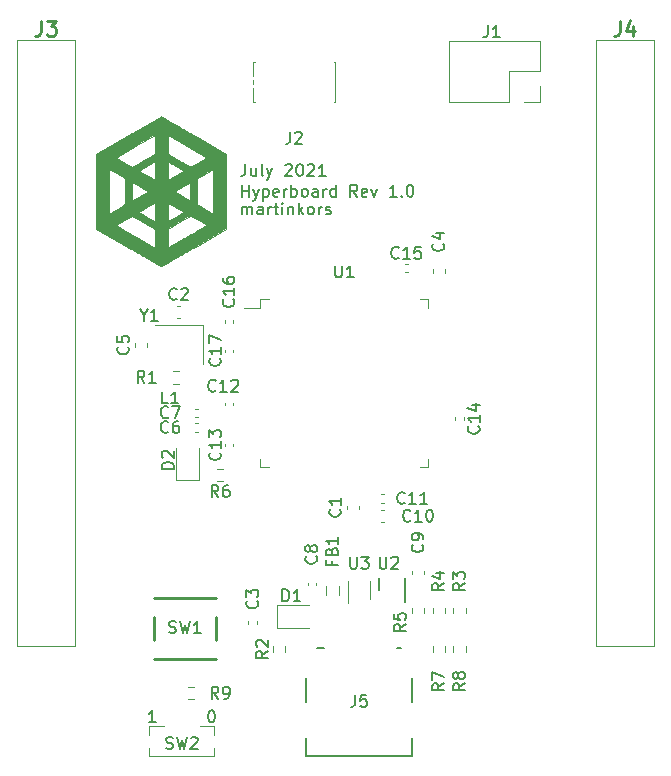
<source format=gbr>
%TF.GenerationSoftware,KiCad,Pcbnew,(5.1.9)-1*%
%TF.CreationDate,2021-07-09T22:50:26+02:00*%
%TF.ProjectId,hyperboard,68797065-7262-46f6-9172-642e6b696361,rev?*%
%TF.SameCoordinates,Original*%
%TF.FileFunction,Legend,Top*%
%TF.FilePolarity,Positive*%
%FSLAX46Y46*%
G04 Gerber Fmt 4.6, Leading zero omitted, Abs format (unit mm)*
G04 Created by KiCad (PCBNEW (5.1.9)-1) date 2021-07-09 22:50:26*
%MOMM*%
%LPD*%
G01*
G04 APERTURE LIST*
%ADD10C,0.150000*%
%ADD11C,0.010000*%
%ADD12C,0.254000*%
%ADD13C,0.120000*%
%ADD14C,0.200000*%
%ADD15C,0.100000*%
G04 APERTURE END LIST*
D10*
X125452380Y-144952380D02*
X125547619Y-144952380D01*
X125642857Y-145000000D01*
X125690476Y-145047619D01*
X125738095Y-145142857D01*
X125785714Y-145333333D01*
X125785714Y-145571428D01*
X125738095Y-145761904D01*
X125690476Y-145857142D01*
X125642857Y-145904761D01*
X125547619Y-145952380D01*
X125452380Y-145952380D01*
X125357142Y-145904761D01*
X125309523Y-145857142D01*
X125261904Y-145761904D01*
X125214285Y-145571428D01*
X125214285Y-145333333D01*
X125261904Y-145142857D01*
X125309523Y-145047619D01*
X125357142Y-145000000D01*
X125452380Y-144952380D01*
X120785714Y-145952380D02*
X120214285Y-145952380D01*
X120500000Y-145952380D02*
X120500000Y-144952380D01*
X120404761Y-145095238D01*
X120309523Y-145190476D01*
X120214285Y-145238095D01*
X128371309Y-98702380D02*
X128371309Y-99416666D01*
X128323690Y-99559523D01*
X128228452Y-99654761D01*
X128085595Y-99702380D01*
X127990357Y-99702380D01*
X129276071Y-99035714D02*
X129276071Y-99702380D01*
X128847500Y-99035714D02*
X128847500Y-99559523D01*
X128895119Y-99654761D01*
X128990357Y-99702380D01*
X129133214Y-99702380D01*
X129228452Y-99654761D01*
X129276071Y-99607142D01*
X129895119Y-99702380D02*
X129799880Y-99654761D01*
X129752261Y-99559523D01*
X129752261Y-98702380D01*
X130180833Y-99035714D02*
X130418928Y-99702380D01*
X130657023Y-99035714D02*
X130418928Y-99702380D01*
X130323690Y-99940476D01*
X130276071Y-99988095D01*
X130180833Y-100035714D01*
X131752261Y-98797619D02*
X131799880Y-98750000D01*
X131895119Y-98702380D01*
X132133214Y-98702380D01*
X132228452Y-98750000D01*
X132276071Y-98797619D01*
X132323690Y-98892857D01*
X132323690Y-98988095D01*
X132276071Y-99130952D01*
X131704642Y-99702380D01*
X132323690Y-99702380D01*
X132942738Y-98702380D02*
X133037976Y-98702380D01*
X133133214Y-98750000D01*
X133180833Y-98797619D01*
X133228452Y-98892857D01*
X133276071Y-99083333D01*
X133276071Y-99321428D01*
X133228452Y-99511904D01*
X133180833Y-99607142D01*
X133133214Y-99654761D01*
X133037976Y-99702380D01*
X132942738Y-99702380D01*
X132847500Y-99654761D01*
X132799880Y-99607142D01*
X132752261Y-99511904D01*
X132704642Y-99321428D01*
X132704642Y-99083333D01*
X132752261Y-98892857D01*
X132799880Y-98797619D01*
X132847500Y-98750000D01*
X132942738Y-98702380D01*
X133657023Y-98797619D02*
X133704642Y-98750000D01*
X133799880Y-98702380D01*
X134037976Y-98702380D01*
X134133214Y-98750000D01*
X134180833Y-98797619D01*
X134228452Y-98892857D01*
X134228452Y-98988095D01*
X134180833Y-99130952D01*
X133609404Y-99702380D01*
X134228452Y-99702380D01*
X135180833Y-99702380D02*
X134609404Y-99702380D01*
X134895119Y-99702380D02*
X134895119Y-98702380D01*
X134799880Y-98845238D01*
X134704642Y-98940476D01*
X134609404Y-98988095D01*
X128085595Y-101452380D02*
X128085595Y-100452380D01*
X128085595Y-100928571D02*
X128657023Y-100928571D01*
X128657023Y-101452380D02*
X128657023Y-100452380D01*
X129037976Y-100785714D02*
X129276071Y-101452380D01*
X129514166Y-100785714D02*
X129276071Y-101452380D01*
X129180833Y-101690476D01*
X129133214Y-101738095D01*
X129037976Y-101785714D01*
X129895119Y-100785714D02*
X129895119Y-101785714D01*
X129895119Y-100833333D02*
X129990357Y-100785714D01*
X130180833Y-100785714D01*
X130276071Y-100833333D01*
X130323690Y-100880952D01*
X130371309Y-100976190D01*
X130371309Y-101261904D01*
X130323690Y-101357142D01*
X130276071Y-101404761D01*
X130180833Y-101452380D01*
X129990357Y-101452380D01*
X129895119Y-101404761D01*
X131180833Y-101404761D02*
X131085595Y-101452380D01*
X130895119Y-101452380D01*
X130799880Y-101404761D01*
X130752261Y-101309523D01*
X130752261Y-100928571D01*
X130799880Y-100833333D01*
X130895119Y-100785714D01*
X131085595Y-100785714D01*
X131180833Y-100833333D01*
X131228452Y-100928571D01*
X131228452Y-101023809D01*
X130752261Y-101119047D01*
X131657023Y-101452380D02*
X131657023Y-100785714D01*
X131657023Y-100976190D02*
X131704642Y-100880952D01*
X131752261Y-100833333D01*
X131847500Y-100785714D01*
X131942738Y-100785714D01*
X132276071Y-101452380D02*
X132276071Y-100452380D01*
X132276071Y-100833333D02*
X132371309Y-100785714D01*
X132561785Y-100785714D01*
X132657023Y-100833333D01*
X132704642Y-100880952D01*
X132752261Y-100976190D01*
X132752261Y-101261904D01*
X132704642Y-101357142D01*
X132657023Y-101404761D01*
X132561785Y-101452380D01*
X132371309Y-101452380D01*
X132276071Y-101404761D01*
X133323690Y-101452380D02*
X133228452Y-101404761D01*
X133180833Y-101357142D01*
X133133214Y-101261904D01*
X133133214Y-100976190D01*
X133180833Y-100880952D01*
X133228452Y-100833333D01*
X133323690Y-100785714D01*
X133466547Y-100785714D01*
X133561785Y-100833333D01*
X133609404Y-100880952D01*
X133657023Y-100976190D01*
X133657023Y-101261904D01*
X133609404Y-101357142D01*
X133561785Y-101404761D01*
X133466547Y-101452380D01*
X133323690Y-101452380D01*
X134514166Y-101452380D02*
X134514166Y-100928571D01*
X134466547Y-100833333D01*
X134371309Y-100785714D01*
X134180833Y-100785714D01*
X134085595Y-100833333D01*
X134514166Y-101404761D02*
X134418928Y-101452380D01*
X134180833Y-101452380D01*
X134085595Y-101404761D01*
X134037976Y-101309523D01*
X134037976Y-101214285D01*
X134085595Y-101119047D01*
X134180833Y-101071428D01*
X134418928Y-101071428D01*
X134514166Y-101023809D01*
X134990357Y-101452380D02*
X134990357Y-100785714D01*
X134990357Y-100976190D02*
X135037976Y-100880952D01*
X135085595Y-100833333D01*
X135180833Y-100785714D01*
X135276071Y-100785714D01*
X136037976Y-101452380D02*
X136037976Y-100452380D01*
X136037976Y-101404761D02*
X135942738Y-101452380D01*
X135752261Y-101452380D01*
X135657023Y-101404761D01*
X135609404Y-101357142D01*
X135561785Y-101261904D01*
X135561785Y-100976190D01*
X135609404Y-100880952D01*
X135657023Y-100833333D01*
X135752261Y-100785714D01*
X135942738Y-100785714D01*
X136037976Y-100833333D01*
X137847500Y-101452380D02*
X137514166Y-100976190D01*
X137276071Y-101452380D02*
X137276071Y-100452380D01*
X137657023Y-100452380D01*
X137752261Y-100500000D01*
X137799880Y-100547619D01*
X137847500Y-100642857D01*
X137847500Y-100785714D01*
X137799880Y-100880952D01*
X137752261Y-100928571D01*
X137657023Y-100976190D01*
X137276071Y-100976190D01*
X138657023Y-101404761D02*
X138561785Y-101452380D01*
X138371309Y-101452380D01*
X138276071Y-101404761D01*
X138228452Y-101309523D01*
X138228452Y-100928571D01*
X138276071Y-100833333D01*
X138371309Y-100785714D01*
X138561785Y-100785714D01*
X138657023Y-100833333D01*
X138704642Y-100928571D01*
X138704642Y-101023809D01*
X138228452Y-101119047D01*
X139037976Y-100785714D02*
X139276071Y-101452380D01*
X139514166Y-100785714D01*
X141180833Y-101452380D02*
X140609404Y-101452380D01*
X140895119Y-101452380D02*
X140895119Y-100452380D01*
X140799880Y-100595238D01*
X140704642Y-100690476D01*
X140609404Y-100738095D01*
X141609404Y-101357142D02*
X141657023Y-101404761D01*
X141609404Y-101452380D01*
X141561785Y-101404761D01*
X141609404Y-101357142D01*
X141609404Y-101452380D01*
X142276071Y-100452380D02*
X142371309Y-100452380D01*
X142466547Y-100500000D01*
X142514166Y-100547619D01*
X142561785Y-100642857D01*
X142609404Y-100833333D01*
X142609404Y-101071428D01*
X142561785Y-101261904D01*
X142514166Y-101357142D01*
X142466547Y-101404761D01*
X142371309Y-101452380D01*
X142276071Y-101452380D01*
X142180833Y-101404761D01*
X142133214Y-101357142D01*
X142085595Y-101261904D01*
X142037976Y-101071428D01*
X142037976Y-100833333D01*
X142085595Y-100642857D01*
X142133214Y-100547619D01*
X142180833Y-100500000D01*
X142276071Y-100452380D01*
X128085595Y-102952380D02*
X128085595Y-102285714D01*
X128085595Y-102380952D02*
X128133214Y-102333333D01*
X128228452Y-102285714D01*
X128371309Y-102285714D01*
X128466547Y-102333333D01*
X128514166Y-102428571D01*
X128514166Y-102952380D01*
X128514166Y-102428571D02*
X128561785Y-102333333D01*
X128657023Y-102285714D01*
X128799880Y-102285714D01*
X128895119Y-102333333D01*
X128942738Y-102428571D01*
X128942738Y-102952380D01*
X129847500Y-102952380D02*
X129847500Y-102428571D01*
X129799880Y-102333333D01*
X129704642Y-102285714D01*
X129514166Y-102285714D01*
X129418928Y-102333333D01*
X129847500Y-102904761D02*
X129752261Y-102952380D01*
X129514166Y-102952380D01*
X129418928Y-102904761D01*
X129371309Y-102809523D01*
X129371309Y-102714285D01*
X129418928Y-102619047D01*
X129514166Y-102571428D01*
X129752261Y-102571428D01*
X129847500Y-102523809D01*
X130323690Y-102952380D02*
X130323690Y-102285714D01*
X130323690Y-102476190D02*
X130371309Y-102380952D01*
X130418928Y-102333333D01*
X130514166Y-102285714D01*
X130609404Y-102285714D01*
X130799880Y-102285714D02*
X131180833Y-102285714D01*
X130942738Y-101952380D02*
X130942738Y-102809523D01*
X130990357Y-102904761D01*
X131085595Y-102952380D01*
X131180833Y-102952380D01*
X131514166Y-102952380D02*
X131514166Y-102285714D01*
X131514166Y-101952380D02*
X131466547Y-102000000D01*
X131514166Y-102047619D01*
X131561785Y-102000000D01*
X131514166Y-101952380D01*
X131514166Y-102047619D01*
X131990357Y-102285714D02*
X131990357Y-102952380D01*
X131990357Y-102380952D02*
X132037976Y-102333333D01*
X132133214Y-102285714D01*
X132276071Y-102285714D01*
X132371309Y-102333333D01*
X132418928Y-102428571D01*
X132418928Y-102952380D01*
X132895119Y-102952380D02*
X132895119Y-101952380D01*
X132990357Y-102571428D02*
X133276071Y-102952380D01*
X133276071Y-102285714D02*
X132895119Y-102666666D01*
X133847500Y-102952380D02*
X133752261Y-102904761D01*
X133704642Y-102857142D01*
X133657023Y-102761904D01*
X133657023Y-102476190D01*
X133704642Y-102380952D01*
X133752261Y-102333333D01*
X133847500Y-102285714D01*
X133990357Y-102285714D01*
X134085595Y-102333333D01*
X134133214Y-102380952D01*
X134180833Y-102476190D01*
X134180833Y-102761904D01*
X134133214Y-102857142D01*
X134085595Y-102904761D01*
X133990357Y-102952380D01*
X133847500Y-102952380D01*
X134609404Y-102952380D02*
X134609404Y-102285714D01*
X134609404Y-102476190D02*
X134657023Y-102380952D01*
X134704642Y-102333333D01*
X134799880Y-102285714D01*
X134895119Y-102285714D01*
X135180833Y-102904761D02*
X135276071Y-102952380D01*
X135466547Y-102952380D01*
X135561785Y-102904761D01*
X135609404Y-102809523D01*
X135609404Y-102761904D01*
X135561785Y-102666666D01*
X135466547Y-102619047D01*
X135323690Y-102619047D01*
X135228452Y-102571428D01*
X135180833Y-102476190D01*
X135180833Y-102428571D01*
X135228452Y-102333333D01*
X135323690Y-102285714D01*
X135466547Y-102285714D01*
X135561785Y-102333333D01*
D11*
%TO.C,G\u002A\u002A\u002A*%
G36*
X121252735Y-94651539D02*
G01*
X121260729Y-94656115D01*
X121273867Y-94663662D01*
X121292039Y-94674115D01*
X121315130Y-94687410D01*
X121343030Y-94703482D01*
X121375625Y-94722265D01*
X121412804Y-94743695D01*
X121454453Y-94767707D01*
X121500460Y-94794236D01*
X121550712Y-94823217D01*
X121605099Y-94854585D01*
X121663505Y-94888276D01*
X121725821Y-94924224D01*
X121791932Y-94962365D01*
X121861727Y-95002634D01*
X121935093Y-95044965D01*
X122011918Y-95089295D01*
X122092089Y-95135557D01*
X122175493Y-95183688D01*
X122262019Y-95233622D01*
X122351554Y-95285295D01*
X122443986Y-95338641D01*
X122539201Y-95393596D01*
X122637088Y-95450095D01*
X122737534Y-95508072D01*
X122840427Y-95567464D01*
X122945654Y-95628204D01*
X123053103Y-95690229D01*
X123162661Y-95753474D01*
X123274216Y-95817873D01*
X123387656Y-95883361D01*
X123502868Y-95949874D01*
X123619739Y-96017347D01*
X123738158Y-96085715D01*
X123858011Y-96154913D01*
X123979187Y-96224877D01*
X124000225Y-96237024D01*
X126748889Y-97824048D01*
X126748889Y-104175968D01*
X124000244Y-105762984D01*
X123878851Y-105833072D01*
X123758762Y-105902407D01*
X123640088Y-105970923D01*
X123522942Y-106038555D01*
X123407435Y-106105238D01*
X123293682Y-106170908D01*
X123181793Y-106235500D01*
X123071882Y-106298948D01*
X122964061Y-106361188D01*
X122858442Y-106422155D01*
X122755138Y-106481783D01*
X122654261Y-106540010D01*
X122555924Y-106596768D01*
X122460239Y-106651994D01*
X122367319Y-106705622D01*
X122277276Y-106757588D01*
X122190222Y-106807826D01*
X122106270Y-106856273D01*
X122025532Y-106902862D01*
X121948121Y-106947530D01*
X121874150Y-106990211D01*
X121803730Y-107030840D01*
X121736974Y-107069352D01*
X121673995Y-107105683D01*
X121614904Y-107139768D01*
X121559815Y-107171542D01*
X121508841Y-107200939D01*
X121462092Y-107227896D01*
X121419682Y-107252346D01*
X121381723Y-107274226D01*
X121348328Y-107293470D01*
X121319609Y-107310014D01*
X121295679Y-107323792D01*
X121276650Y-107334740D01*
X121262634Y-107342793D01*
X121253743Y-107347886D01*
X121250091Y-107349953D01*
X121250000Y-107350000D01*
X121247262Y-107348460D01*
X121239267Y-107343884D01*
X121226127Y-107336337D01*
X121207954Y-107325884D01*
X121184861Y-107312589D01*
X121156959Y-107296517D01*
X121124362Y-107277734D01*
X121087183Y-107256304D01*
X121045532Y-107232292D01*
X120999524Y-107205763D01*
X120949269Y-107176782D01*
X120894882Y-107145413D01*
X120836473Y-107111722D01*
X120774157Y-107075774D01*
X120708044Y-107037633D01*
X120638248Y-106997364D01*
X120564881Y-106955033D01*
X120488055Y-106910703D01*
X120407883Y-106864440D01*
X120324477Y-106816309D01*
X120237950Y-106766375D01*
X120148414Y-106714702D01*
X120055982Y-106661356D01*
X119960765Y-106606401D01*
X119862878Y-106549902D01*
X119762431Y-106491925D01*
X119659537Y-106432533D01*
X119554309Y-106371792D01*
X119446860Y-106309767D01*
X119337301Y-106246523D01*
X119225745Y-106182124D01*
X119112305Y-106116635D01*
X118997093Y-106050122D01*
X118880222Y-105982649D01*
X118761803Y-105914281D01*
X118641950Y-105845083D01*
X118520774Y-105775119D01*
X118499755Y-105762984D01*
X118494584Y-105759998D01*
X121801892Y-105759998D01*
X121818671Y-105750528D01*
X121822302Y-105748444D01*
X121831155Y-105743346D01*
X121845082Y-105735318D01*
X121863934Y-105724446D01*
X121887564Y-105710815D01*
X121915823Y-105694513D01*
X121948563Y-105675623D01*
X121985635Y-105654231D01*
X122026891Y-105630424D01*
X122072184Y-105604286D01*
X122121364Y-105575903D01*
X122174284Y-105545361D01*
X122230795Y-105512745D01*
X122290749Y-105478142D01*
X122353997Y-105441635D01*
X122420392Y-105403312D01*
X122489785Y-105363258D01*
X122562029Y-105321557D01*
X122636973Y-105278297D01*
X122714472Y-105233562D01*
X122794375Y-105187438D01*
X122876535Y-105140010D01*
X122960804Y-105091364D01*
X123047033Y-105041586D01*
X123135074Y-104990762D01*
X123224779Y-104938976D01*
X123315999Y-104886314D01*
X123408587Y-104832863D01*
X123458112Y-104804271D01*
X123551297Y-104750473D01*
X123643169Y-104697432D01*
X123733578Y-104645235D01*
X123822379Y-104593965D01*
X123909423Y-104543707D01*
X123994564Y-104494548D01*
X124077655Y-104446571D01*
X124158547Y-104399863D01*
X124237094Y-104354507D01*
X124313149Y-104310589D01*
X124386564Y-104268194D01*
X124457191Y-104227408D01*
X124524885Y-104188314D01*
X124589497Y-104150999D01*
X124650881Y-104115547D01*
X124708889Y-104082043D01*
X124763373Y-104050573D01*
X124814187Y-104021221D01*
X124861183Y-103994072D01*
X124904214Y-103969212D01*
X124943133Y-103946725D01*
X124977792Y-103926697D01*
X125008045Y-103909212D01*
X125033744Y-103894356D01*
X125054741Y-103882214D01*
X125070890Y-103872870D01*
X125082043Y-103866410D01*
X125088054Y-103862919D01*
X125089112Y-103862297D01*
X125097450Y-103857110D01*
X124411008Y-103460848D01*
X123724565Y-103064586D01*
X122764010Y-103619181D01*
X121803454Y-104173776D01*
X121801892Y-105759998D01*
X118494584Y-105759998D01*
X115751110Y-104175968D01*
X115751110Y-103857816D01*
X117403316Y-103857816D01*
X117406019Y-103859394D01*
X117413947Y-103863989D01*
X117426954Y-103871516D01*
X117444897Y-103881892D01*
X117467629Y-103895033D01*
X117495004Y-103910855D01*
X117526879Y-103929274D01*
X117563107Y-103950206D01*
X117603543Y-103973567D01*
X117648042Y-103999274D01*
X117696459Y-104027242D01*
X117748648Y-104057388D01*
X117804465Y-104089627D01*
X117863763Y-104123876D01*
X117926398Y-104160051D01*
X117992224Y-104198068D01*
X118061096Y-104237842D01*
X118132869Y-104279291D01*
X118207397Y-104322330D01*
X118284535Y-104366875D01*
X118364139Y-104412843D01*
X118446061Y-104460149D01*
X118530159Y-104508710D01*
X118616285Y-104558441D01*
X118704295Y-104609260D01*
X118794044Y-104661081D01*
X118885386Y-104713821D01*
X118978176Y-104767396D01*
X119050295Y-104809035D01*
X120696545Y-105759526D01*
X120697326Y-104968155D01*
X120697405Y-104882426D01*
X120697467Y-104802706D01*
X120697511Y-104728802D01*
X120697536Y-104660522D01*
X120697542Y-104597672D01*
X120697527Y-104540060D01*
X120697491Y-104487494D01*
X120697433Y-104439780D01*
X120697353Y-104396727D01*
X120697250Y-104358141D01*
X120697122Y-104323831D01*
X120696970Y-104293602D01*
X120696792Y-104267264D01*
X120696587Y-104244623D01*
X120696356Y-104225486D01*
X120696097Y-104209661D01*
X120695809Y-104196955D01*
X120695492Y-104187176D01*
X120695144Y-104180132D01*
X120694766Y-104175628D01*
X120694357Y-104173474D01*
X120694225Y-104173255D01*
X120691279Y-104171458D01*
X120683153Y-104166674D01*
X120670039Y-104159013D01*
X120652127Y-104148586D01*
X120629609Y-104135504D01*
X120602677Y-104119877D01*
X120571523Y-104101816D01*
X120536337Y-104081431D01*
X120497311Y-104058835D01*
X120454638Y-104034136D01*
X120408507Y-104007447D01*
X120359111Y-103978878D01*
X120306641Y-103948540D01*
X120251288Y-103916543D01*
X120193245Y-103882998D01*
X120132702Y-103848016D01*
X120069851Y-103811708D01*
X120004884Y-103774184D01*
X119937992Y-103735555D01*
X119869366Y-103695933D01*
X119799198Y-103655427D01*
X119732889Y-103617156D01*
X118775434Y-103064585D01*
X118089011Y-103460837D01*
X118028681Y-103495668D01*
X117969775Y-103529685D01*
X117912518Y-103562760D01*
X117857133Y-103594761D01*
X117803846Y-103625559D01*
X117752880Y-103655023D01*
X117704462Y-103683024D01*
X117658814Y-103709432D01*
X117616162Y-103734116D01*
X117576731Y-103756947D01*
X117540745Y-103777794D01*
X117508428Y-103796528D01*
X117480006Y-103813019D01*
X117455702Y-103827135D01*
X117435742Y-103838749D01*
X117420349Y-103847728D01*
X117409749Y-103853944D01*
X117404167Y-103857267D01*
X117403316Y-103857816D01*
X115751110Y-103857816D01*
X115751110Y-102904118D01*
X116850268Y-102904118D01*
X116868312Y-102893862D01*
X116872586Y-102891409D01*
X116881995Y-102885991D01*
X116896302Y-102877746D01*
X116915272Y-102866808D01*
X116938667Y-102853316D01*
X116966253Y-102837403D01*
X116997792Y-102819208D01*
X117033050Y-102798866D01*
X117071789Y-102776513D01*
X117113774Y-102752286D01*
X117126292Y-102745062D01*
X119330196Y-102745062D01*
X119332694Y-102746728D01*
X119340289Y-102751335D01*
X119352707Y-102758723D01*
X119369671Y-102768734D01*
X119390909Y-102781209D01*
X119416145Y-102795988D01*
X119445106Y-102812914D01*
X119477516Y-102831825D01*
X119513101Y-102852565D01*
X119551587Y-102874973D01*
X119592699Y-102898891D01*
X119636163Y-102924160D01*
X119681705Y-102950620D01*
X119729049Y-102978114D01*
X119777921Y-103006481D01*
X119828048Y-103035563D01*
X119879154Y-103065201D01*
X119930965Y-103095235D01*
X119983206Y-103125508D01*
X120035603Y-103155859D01*
X120087882Y-103186130D01*
X120139768Y-103216162D01*
X120190987Y-103245796D01*
X120241264Y-103274873D01*
X120290324Y-103303234D01*
X120337894Y-103330720D01*
X120383699Y-103357172D01*
X120427463Y-103382431D01*
X120468914Y-103406338D01*
X120507776Y-103428733D01*
X120543775Y-103449459D01*
X120576636Y-103468356D01*
X120606085Y-103485265D01*
X120631848Y-103500027D01*
X120653649Y-103512483D01*
X120671216Y-103522474D01*
X120684272Y-103529842D01*
X120692544Y-103534426D01*
X120695757Y-103536068D01*
X120695770Y-103536070D01*
X120695974Y-103533032D01*
X120696174Y-103524052D01*
X120696368Y-103509390D01*
X120696556Y-103489307D01*
X120696737Y-103464061D01*
X120696910Y-103433914D01*
X120697074Y-103399124D01*
X120697229Y-103359952D01*
X120697374Y-103316657D01*
X120697507Y-103269499D01*
X120697629Y-103218738D01*
X120697739Y-103164634D01*
X120697835Y-103107447D01*
X120697918Y-103047436D01*
X120697986Y-102984861D01*
X120698038Y-102919982D01*
X120698074Y-102853059D01*
X120698092Y-102784351D01*
X120698094Y-102745593D01*
X121801904Y-102745593D01*
X121801915Y-102829474D01*
X121801949Y-102909368D01*
X121802004Y-102985136D01*
X121802080Y-103056641D01*
X121802177Y-103123746D01*
X121802294Y-103186313D01*
X121802431Y-103244205D01*
X121802587Y-103297284D01*
X121802762Y-103345413D01*
X121802954Y-103388455D01*
X121803165Y-103426271D01*
X121803393Y-103458724D01*
X121803637Y-103485678D01*
X121803897Y-103506994D01*
X121804173Y-103522535D01*
X121804464Y-103532164D01*
X121804770Y-103535742D01*
X121804802Y-103535762D01*
X121807707Y-103534141D01*
X121815756Y-103529550D01*
X121828721Y-103522118D01*
X121846376Y-103511978D01*
X121868493Y-103499260D01*
X121894846Y-103484094D01*
X121925209Y-103466611D01*
X121959354Y-103446942D01*
X121997054Y-103425217D01*
X122038083Y-103401568D01*
X122082214Y-103376125D01*
X122129220Y-103349018D01*
X122178874Y-103320380D01*
X122230950Y-103290339D01*
X122285220Y-103259028D01*
X122341458Y-103226576D01*
X122399437Y-103193114D01*
X122458930Y-103158774D01*
X122489799Y-103140954D01*
X122549926Y-103106230D01*
X122608619Y-103072309D01*
X122665652Y-103039321D01*
X122720802Y-103007399D01*
X122773843Y-102976672D01*
X122824550Y-102947271D01*
X122872698Y-102919328D01*
X122918064Y-102892974D01*
X122960421Y-102868338D01*
X122999545Y-102845553D01*
X123035212Y-102824748D01*
X123067196Y-102806055D01*
X123095273Y-102789605D01*
X123119218Y-102775529D01*
X123138806Y-102763957D01*
X123153812Y-102755020D01*
X123164012Y-102748849D01*
X123169180Y-102745576D01*
X123169805Y-102745062D01*
X123166969Y-102743344D01*
X123158990Y-102738659D01*
X123146098Y-102731140D01*
X123128520Y-102720920D01*
X123106485Y-102708129D01*
X123080222Y-102692901D01*
X123049960Y-102675368D01*
X123015926Y-102655662D01*
X122978351Y-102633915D01*
X122937462Y-102610260D01*
X122893488Y-102584829D01*
X122846657Y-102557755D01*
X122797199Y-102529169D01*
X122745343Y-102499204D01*
X122691315Y-102467992D01*
X122635346Y-102435665D01*
X122577664Y-102402356D01*
X122518498Y-102368197D01*
X122497985Y-102356357D01*
X122438215Y-102321855D01*
X122379771Y-102288118D01*
X122322886Y-102255281D01*
X122267796Y-102223479D01*
X122214732Y-102192846D01*
X122163930Y-102163518D01*
X122115622Y-102135630D01*
X122073931Y-102111560D01*
X124276224Y-102111560D01*
X124962203Y-102507473D01*
X125648181Y-102903387D01*
X125648961Y-101951693D01*
X125649028Y-101861241D01*
X125649088Y-101765278D01*
X125649140Y-101664495D01*
X125649184Y-101559584D01*
X125649219Y-101451234D01*
X125649247Y-101340138D01*
X125649267Y-101226985D01*
X125649279Y-101112466D01*
X125649283Y-100997273D01*
X125649278Y-100882096D01*
X125649266Y-100767625D01*
X125649246Y-100654552D01*
X125649218Y-100543568D01*
X125649182Y-100435362D01*
X125649138Y-100330627D01*
X125649086Y-100230052D01*
X125649025Y-100134329D01*
X125648961Y-100048257D01*
X125648181Y-99096514D01*
X124962215Y-99492476D01*
X124276249Y-99888439D01*
X124276237Y-101000000D01*
X124276224Y-102111560D01*
X122073931Y-102111560D01*
X122070042Y-102109315D01*
X122027424Y-102084710D01*
X121988002Y-102061949D01*
X121952009Y-102041168D01*
X121919679Y-102022500D01*
X121891245Y-102006081D01*
X121866942Y-101992046D01*
X121847002Y-101980529D01*
X121831660Y-101971667D01*
X121821149Y-101965592D01*
X121815703Y-101962441D01*
X121815081Y-101962080D01*
X121801904Y-101954391D01*
X121801904Y-102745593D01*
X120698094Y-102745593D01*
X120698095Y-102745335D01*
X120698095Y-101954391D01*
X120684918Y-101962080D01*
X120681084Y-101964301D01*
X120672113Y-101969486D01*
X120658238Y-101977502D01*
X120639694Y-101988213D01*
X120616714Y-102001484D01*
X120589531Y-102017181D01*
X120558380Y-102035169D01*
X120523494Y-102055312D01*
X120485106Y-102077476D01*
X120443450Y-102101525D01*
X120398761Y-102127326D01*
X120351271Y-102154742D01*
X120301214Y-102183640D01*
X120248824Y-102213884D01*
X120194335Y-102245339D01*
X120137979Y-102277871D01*
X120079992Y-102311344D01*
X120020606Y-102345624D01*
X120002014Y-102356357D01*
X119942393Y-102390775D01*
X119884178Y-102424389D01*
X119827598Y-102457066D01*
X119772882Y-102488674D01*
X119720257Y-102519080D01*
X119669954Y-102548152D01*
X119622201Y-102575758D01*
X119577225Y-102601765D01*
X119535257Y-102626042D01*
X119496524Y-102648455D01*
X119461255Y-102668873D01*
X119429678Y-102687164D01*
X119402023Y-102703194D01*
X119378518Y-102716832D01*
X119359392Y-102727946D01*
X119344873Y-102736403D01*
X119335190Y-102742070D01*
X119330572Y-102744817D01*
X119330196Y-102745062D01*
X117126292Y-102745062D01*
X117158769Y-102726320D01*
X117206538Y-102698753D01*
X117256843Y-102669719D01*
X117309451Y-102639356D01*
X117364124Y-102607800D01*
X117420626Y-102575187D01*
X117478721Y-102541653D01*
X117538174Y-102507334D01*
X117555067Y-102497583D01*
X118223778Y-102111560D01*
X118223765Y-101000000D01*
X118775732Y-101000000D01*
X118775739Y-101069579D01*
X118775760Y-101137521D01*
X118775794Y-101203565D01*
X118775841Y-101267451D01*
X118775899Y-101328920D01*
X118775969Y-101387710D01*
X118776050Y-101443563D01*
X118776141Y-101496218D01*
X118776242Y-101545415D01*
X118776351Y-101590895D01*
X118776469Y-101632397D01*
X118776595Y-101669662D01*
X118776728Y-101702429D01*
X118776867Y-101730439D01*
X118777012Y-101753431D01*
X118777163Y-101771146D01*
X118777318Y-101783324D01*
X118777478Y-101789705D01*
X118777568Y-101790649D01*
X118780379Y-101789120D01*
X118788333Y-101784618D01*
X118801204Y-101777276D01*
X118818766Y-101767221D01*
X118840794Y-101754586D01*
X118867061Y-101739499D01*
X118897340Y-101722092D01*
X118931407Y-101702494D01*
X118969034Y-101680835D01*
X119009996Y-101657246D01*
X119054066Y-101631858D01*
X119101019Y-101604799D01*
X119150628Y-101576200D01*
X119202667Y-101546192D01*
X119256910Y-101514905D01*
X119313131Y-101482468D01*
X119371104Y-101449013D01*
X119430603Y-101414669D01*
X119462768Y-101396099D01*
X119522972Y-101361334D01*
X119581757Y-101327376D01*
X119638897Y-101294356D01*
X119694168Y-101262406D01*
X119747343Y-101231655D01*
X119798198Y-101202234D01*
X119846507Y-101174274D01*
X119892044Y-101147906D01*
X119934584Y-101123261D01*
X119973902Y-101100468D01*
X120009772Y-101079659D01*
X120041969Y-101060964D01*
X120070267Y-101044514D01*
X120094441Y-101030439D01*
X120114265Y-101018871D01*
X120129514Y-101009940D01*
X120139963Y-101003776D01*
X120145387Y-101000511D01*
X120146146Y-101000000D01*
X122353853Y-101000000D01*
X122356495Y-101001661D01*
X122364234Y-101006261D01*
X122376795Y-101013641D01*
X122393905Y-101023642D01*
X122415287Y-101036104D01*
X122440667Y-101050869D01*
X122469770Y-101067778D01*
X122502321Y-101086673D01*
X122538046Y-101107394D01*
X122576669Y-101129783D01*
X122617915Y-101153681D01*
X122661510Y-101178929D01*
X122707179Y-101205368D01*
X122754646Y-101232839D01*
X122803638Y-101261184D01*
X122853879Y-101290243D01*
X122905093Y-101319858D01*
X122957007Y-101349870D01*
X123009346Y-101380121D01*
X123061834Y-101410450D01*
X123114197Y-101440700D01*
X123166159Y-101470712D01*
X123217447Y-101500326D01*
X123267784Y-101529385D01*
X123316897Y-101557728D01*
X123364510Y-101585198D01*
X123410348Y-101611635D01*
X123454137Y-101636881D01*
X123495601Y-101660777D01*
X123534466Y-101683163D01*
X123570457Y-101703882D01*
X123603298Y-101722774D01*
X123632716Y-101739680D01*
X123658435Y-101754442D01*
X123680181Y-101766900D01*
X123697677Y-101776897D01*
X123710651Y-101784272D01*
X123718826Y-101788868D01*
X123721927Y-101790525D01*
X123721942Y-101790528D01*
X123722146Y-101787482D01*
X123722346Y-101778494D01*
X123722540Y-101763825D01*
X123722728Y-101743734D01*
X123722909Y-101718482D01*
X123723082Y-101688328D01*
X123723246Y-101653532D01*
X123723401Y-101614355D01*
X123723546Y-101571055D01*
X123723680Y-101523893D01*
X123723802Y-101473130D01*
X123723911Y-101419024D01*
X123724008Y-101361835D01*
X123724090Y-101301824D01*
X123724158Y-101239250D01*
X123724210Y-101174374D01*
X123724246Y-101107455D01*
X123724264Y-101038753D01*
X123724267Y-101000000D01*
X123724260Y-100930420D01*
X123724240Y-100862478D01*
X123724207Y-100796434D01*
X123724162Y-100732548D01*
X123724105Y-100671079D01*
X123724037Y-100612289D01*
X123723959Y-100556436D01*
X123723871Y-100503781D01*
X123723774Y-100454584D01*
X123723668Y-100409104D01*
X123723554Y-100367602D01*
X123723433Y-100330337D01*
X123723304Y-100297570D01*
X123723170Y-100269560D01*
X123723029Y-100246568D01*
X123722883Y-100228853D01*
X123722733Y-100216675D01*
X123722579Y-100210294D01*
X123722492Y-100209350D01*
X123719633Y-100210875D01*
X123711687Y-100215346D01*
X123698931Y-100222602D01*
X123681638Y-100232485D01*
X123660083Y-100244837D01*
X123634542Y-100259499D01*
X123605288Y-100276312D01*
X123572598Y-100295117D01*
X123536745Y-100315755D01*
X123498005Y-100338068D01*
X123456653Y-100361897D01*
X123412962Y-100387083D01*
X123367209Y-100413468D01*
X123319667Y-100440892D01*
X123270613Y-100469197D01*
X123220319Y-100498224D01*
X123169062Y-100527815D01*
X123117117Y-100557810D01*
X123064757Y-100588051D01*
X123012258Y-100618379D01*
X122959895Y-100648635D01*
X122907942Y-100678661D01*
X122856675Y-100708297D01*
X122806367Y-100737385D01*
X122757295Y-100765767D01*
X122709733Y-100793283D01*
X122663955Y-100819775D01*
X122620237Y-100845084D01*
X122578853Y-100869050D01*
X122540078Y-100891516D01*
X122504187Y-100912323D01*
X122471455Y-100931312D01*
X122442156Y-100948324D01*
X122416566Y-100963200D01*
X122394959Y-100975781D01*
X122377610Y-100985910D01*
X122364794Y-100993426D01*
X122356786Y-100998172D01*
X122353861Y-100999988D01*
X122353853Y-101000000D01*
X120146146Y-101000000D01*
X120143507Y-100998348D01*
X120135770Y-100993759D01*
X120123211Y-100986390D01*
X120106103Y-100976401D01*
X120084722Y-100963950D01*
X120059343Y-100949195D01*
X120030241Y-100932296D01*
X119997689Y-100913412D01*
X119961964Y-100892700D01*
X119923340Y-100870321D01*
X119882092Y-100846432D01*
X119838494Y-100821193D01*
X119792822Y-100794762D01*
X119745350Y-100767298D01*
X119696354Y-100738960D01*
X119646107Y-100709906D01*
X119594885Y-100680295D01*
X119542963Y-100650287D01*
X119490615Y-100620039D01*
X119438116Y-100589711D01*
X119385742Y-100559461D01*
X119333766Y-100529449D01*
X119282465Y-100499832D01*
X119232111Y-100470770D01*
X119182982Y-100442421D01*
X119135350Y-100414945D01*
X119089492Y-100388499D01*
X119045681Y-100363243D01*
X119004193Y-100339336D01*
X118965303Y-100316935D01*
X118929285Y-100296201D01*
X118896415Y-100277292D01*
X118866966Y-100260366D01*
X118841214Y-100245582D01*
X118819434Y-100233099D01*
X118801901Y-100223077D01*
X118788888Y-100215672D01*
X118780672Y-100211045D01*
X118777527Y-100209355D01*
X118777507Y-100209350D01*
X118777351Y-100212407D01*
X118777198Y-100221406D01*
X118777050Y-100236086D01*
X118776907Y-100256187D01*
X118776769Y-100281449D01*
X118776637Y-100311613D01*
X118776511Y-100346418D01*
X118776393Y-100385605D01*
X118776283Y-100428913D01*
X118776180Y-100476083D01*
X118776087Y-100526855D01*
X118776004Y-100580968D01*
X118775930Y-100638163D01*
X118775867Y-100698180D01*
X118775815Y-100760759D01*
X118775776Y-100825640D01*
X118775748Y-100892562D01*
X118775734Y-100961267D01*
X118775732Y-101000000D01*
X118223765Y-101000000D01*
X118223752Y-99888439D01*
X117555093Y-99502416D01*
X117495304Y-99467901D01*
X117436807Y-99434132D01*
X117379835Y-99401245D01*
X117324627Y-99369378D01*
X117271418Y-99338665D01*
X117220443Y-99309245D01*
X117171940Y-99281251D01*
X117129393Y-99256697D01*
X119333847Y-99256697D01*
X119334273Y-99257325D01*
X119334401Y-99257419D01*
X119337646Y-99259359D01*
X119346032Y-99264265D01*
X119359331Y-99272006D01*
X119377313Y-99282449D01*
X119399749Y-99295460D01*
X119426409Y-99310908D01*
X119457064Y-99328660D01*
X119491485Y-99348584D01*
X119529443Y-99370545D01*
X119570707Y-99394413D01*
X119615050Y-99420054D01*
X119662241Y-99447336D01*
X119712051Y-99476125D01*
X119764252Y-99506290D01*
X119818613Y-99537698D01*
X119874906Y-99570216D01*
X119932900Y-99603711D01*
X119992368Y-99638051D01*
X120018813Y-99653321D01*
X120696545Y-100044622D01*
X120697326Y-99255210D01*
X120697337Y-99242336D01*
X121801904Y-99242336D01*
X121801904Y-100045608D01*
X121815081Y-100037908D01*
X121818915Y-100035686D01*
X121827886Y-100030500D01*
X121841760Y-100022483D01*
X121860304Y-100011770D01*
X121883284Y-99998497D01*
X121910466Y-99982799D01*
X121941617Y-99964810D01*
X121976503Y-99944665D01*
X122014891Y-99922500D01*
X122056546Y-99898448D01*
X122101235Y-99872646D01*
X122148724Y-99845227D01*
X122198781Y-99816328D01*
X122251170Y-99786082D01*
X122305659Y-99754625D01*
X122362013Y-99722091D01*
X122420000Y-99688616D01*
X122479385Y-99654334D01*
X122497985Y-99643597D01*
X122557606Y-99609177D01*
X122615821Y-99575561D01*
X122672400Y-99542883D01*
X122727117Y-99511275D01*
X122779741Y-99480868D01*
X122830045Y-99451796D01*
X122877799Y-99424190D01*
X122922775Y-99398183D01*
X122964744Y-99373907D01*
X123003478Y-99351495D01*
X123038749Y-99331077D01*
X123070326Y-99312788D01*
X123097983Y-99296759D01*
X123121489Y-99283123D01*
X123140617Y-99272011D01*
X123155138Y-99263556D01*
X123164823Y-99257891D01*
X123169444Y-99255147D01*
X123169821Y-99254903D01*
X123167308Y-99253254D01*
X123159700Y-99248663D01*
X123147270Y-99241290D01*
X123130293Y-99231294D01*
X123109044Y-99218833D01*
X123083798Y-99204066D01*
X123054828Y-99187153D01*
X123022409Y-99168253D01*
X122986817Y-99147525D01*
X122948324Y-99125127D01*
X122907207Y-99101219D01*
X122863739Y-99075960D01*
X122818195Y-99049508D01*
X122770850Y-99022023D01*
X122721977Y-98993664D01*
X122671853Y-98964589D01*
X122620750Y-98934959D01*
X122568944Y-98904931D01*
X122516709Y-98874665D01*
X122464320Y-98844320D01*
X122412051Y-98814055D01*
X122360177Y-98784029D01*
X122308972Y-98754400D01*
X122258712Y-98725329D01*
X122209669Y-98696973D01*
X122162120Y-98669493D01*
X122116337Y-98643046D01*
X122072597Y-98617793D01*
X122031174Y-98593891D01*
X121992341Y-98571501D01*
X121956375Y-98550781D01*
X121923548Y-98531889D01*
X121894136Y-98514986D01*
X121868413Y-98500230D01*
X121846654Y-98487780D01*
X121829133Y-98477795D01*
X121816125Y-98470435D01*
X121807904Y-98465857D01*
X121804794Y-98464237D01*
X121804489Y-98467202D01*
X121804199Y-98476227D01*
X121803923Y-98491170D01*
X121803662Y-98511888D01*
X121803418Y-98538241D01*
X121803189Y-98570086D01*
X121802978Y-98607281D01*
X121802784Y-98649686D01*
X121802607Y-98697157D01*
X121802450Y-98749554D01*
X121802311Y-98806735D01*
X121802191Y-98868557D01*
X121802092Y-98934880D01*
X121802013Y-99005560D01*
X121801955Y-99080458D01*
X121801918Y-99159430D01*
X121801904Y-99242336D01*
X120697337Y-99242336D01*
X120697390Y-99185669D01*
X120697444Y-99117758D01*
X120697487Y-99051737D01*
X120697519Y-98987868D01*
X120697542Y-98926410D01*
X120697554Y-98867624D01*
X120697556Y-98811772D01*
X120697549Y-98759114D01*
X120697531Y-98709910D01*
X120697505Y-98664421D01*
X120697468Y-98622908D01*
X120697423Y-98585632D01*
X120697368Y-98552853D01*
X120697305Y-98524832D01*
X120697232Y-98501830D01*
X120697151Y-98484107D01*
X120697061Y-98471924D01*
X120696963Y-98465541D01*
X120696907Y-98464599D01*
X120694153Y-98466021D01*
X120686255Y-98470416D01*
X120673439Y-98477654D01*
X120655930Y-98487604D01*
X120633955Y-98500138D01*
X120607739Y-98515126D01*
X120577508Y-98532437D01*
X120543487Y-98551944D01*
X120505902Y-98573515D01*
X120464979Y-98597021D01*
X120420944Y-98622333D01*
X120374022Y-98649321D01*
X120324439Y-98677855D01*
X120272421Y-98707806D01*
X120218194Y-98739044D01*
X120161983Y-98771439D01*
X120104013Y-98804863D01*
X120044512Y-98839184D01*
X120011713Y-98858109D01*
X119940034Y-98899475D01*
X119873536Y-98937857D01*
X119812028Y-98973369D01*
X119755318Y-99006122D01*
X119703215Y-99036230D01*
X119655528Y-99063806D01*
X119612065Y-99088963D01*
X119572635Y-99111813D01*
X119537046Y-99132469D01*
X119505107Y-99151044D01*
X119476627Y-99167651D01*
X119451413Y-99182402D01*
X119429276Y-99195412D01*
X119410022Y-99206792D01*
X119393461Y-99216655D01*
X119379402Y-99225114D01*
X119367653Y-99232283D01*
X119358022Y-99238273D01*
X119350318Y-99243198D01*
X119344350Y-99247171D01*
X119339927Y-99250304D01*
X119336856Y-99252710D01*
X119334947Y-99254502D01*
X119334007Y-99255794D01*
X119333847Y-99256697D01*
X117129393Y-99256697D01*
X117126144Y-99254822D01*
X117083291Y-99230093D01*
X117043617Y-99207200D01*
X117007359Y-99186280D01*
X116974752Y-99167469D01*
X116946034Y-99150903D01*
X116921438Y-99136718D01*
X116901203Y-99125051D01*
X116885564Y-99116038D01*
X116874757Y-99109814D01*
X116869017Y-99106517D01*
X116868351Y-99106137D01*
X116850268Y-99095881D01*
X116850268Y-102904118D01*
X115751110Y-102904118D01*
X115751110Y-98142293D01*
X117403205Y-98142293D01*
X117405802Y-98143860D01*
X117413494Y-98148369D01*
X117426010Y-98155660D01*
X117443073Y-98165575D01*
X117464411Y-98177957D01*
X117489748Y-98192645D01*
X117518811Y-98209483D01*
X117551325Y-98228312D01*
X117587017Y-98248973D01*
X117625611Y-98271308D01*
X117666835Y-98295157D01*
X117710412Y-98320364D01*
X117756070Y-98346770D01*
X117803534Y-98374215D01*
X117852530Y-98402542D01*
X117902784Y-98431592D01*
X117954021Y-98461206D01*
X118005967Y-98491227D01*
X118058348Y-98521496D01*
X118110890Y-98551854D01*
X118163319Y-98582143D01*
X118215360Y-98612205D01*
X118266739Y-98641880D01*
X118317182Y-98671012D01*
X118366414Y-98699440D01*
X118414163Y-98727007D01*
X118460152Y-98753555D01*
X118504108Y-98778925D01*
X118545758Y-98802957D01*
X118584826Y-98825495D01*
X118621038Y-98846380D01*
X118654121Y-98865453D01*
X118683799Y-98882555D01*
X118709800Y-98897529D01*
X118731847Y-98910215D01*
X118749669Y-98920456D01*
X118762989Y-98928093D01*
X118771534Y-98932967D01*
X118775030Y-98934920D01*
X118775101Y-98934952D01*
X118777824Y-98933424D01*
X118785726Y-98928907D01*
X118798618Y-98921509D01*
X118816309Y-98911340D01*
X118838607Y-98898511D01*
X118865323Y-98883132D01*
X118896265Y-98865311D01*
X118931243Y-98845160D01*
X118970067Y-98822788D01*
X119012545Y-98798306D01*
X119058487Y-98771822D01*
X119107703Y-98743447D01*
X119160001Y-98713291D01*
X119215191Y-98681464D01*
X119273082Y-98648075D01*
X119333484Y-98613236D01*
X119396206Y-98577054D01*
X119461057Y-98539641D01*
X119527847Y-98501106D01*
X119596385Y-98461560D01*
X119666480Y-98421112D01*
X119733182Y-98382619D01*
X119804598Y-98341400D01*
X119874650Y-98300962D01*
X119943146Y-98261415D01*
X120009895Y-98222870D01*
X120074705Y-98185438D01*
X120137384Y-98149230D01*
X120197741Y-98114356D01*
X120255584Y-98080928D01*
X120310723Y-98049055D01*
X120362965Y-98018849D01*
X120412119Y-97990421D01*
X120457993Y-97963881D01*
X120500397Y-97939341D01*
X120539137Y-97916910D01*
X120574024Y-97896700D01*
X120604866Y-97878821D01*
X120631470Y-97863384D01*
X120653645Y-97850500D01*
X120671201Y-97840280D01*
X120683945Y-97832835D01*
X120691686Y-97828275D01*
X120694225Y-97826722D01*
X120694645Y-97825248D01*
X120695032Y-97821483D01*
X120695389Y-97815236D01*
X120695715Y-97806314D01*
X120696012Y-97794524D01*
X120696280Y-97779673D01*
X120696520Y-97761569D01*
X120696732Y-97740019D01*
X120696918Y-97714830D01*
X120697078Y-97685811D01*
X120697213Y-97652768D01*
X120697324Y-97615509D01*
X120697411Y-97573841D01*
X120697476Y-97527571D01*
X120697518Y-97476507D01*
X120697539Y-97420457D01*
X120697540Y-97359227D01*
X120697521Y-97292625D01*
X120697492Y-97235655D01*
X121802557Y-97235655D01*
X121802558Y-97299653D01*
X121802577Y-97361248D01*
X121802615Y-97420179D01*
X121802670Y-97476185D01*
X121802743Y-97529005D01*
X121802832Y-97578378D01*
X121802937Y-97624043D01*
X121803057Y-97665740D01*
X121803192Y-97703207D01*
X121803342Y-97736183D01*
X121803505Y-97764407D01*
X121803681Y-97787619D01*
X121803870Y-97805557D01*
X121804070Y-97817961D01*
X121804282Y-97824569D01*
X121804405Y-97825640D01*
X121807212Y-97827329D01*
X121815154Y-97831983D01*
X121828000Y-97839467D01*
X121845516Y-97849647D01*
X121867472Y-97862389D01*
X121893633Y-97877558D01*
X121923769Y-97895022D01*
X121957647Y-97914645D01*
X121995035Y-97936293D01*
X122035700Y-97959832D01*
X122079412Y-97985128D01*
X122125936Y-98012046D01*
X122175041Y-98040453D01*
X122226496Y-98070215D01*
X122280066Y-98101197D01*
X122335522Y-98133264D01*
X122392630Y-98166284D01*
X122451158Y-98200121D01*
X122510873Y-98234642D01*
X122571545Y-98269711D01*
X122632940Y-98305196D01*
X122694826Y-98340962D01*
X122756971Y-98376875D01*
X122819143Y-98412800D01*
X122881110Y-98448604D01*
X122942640Y-98484152D01*
X123003499Y-98519310D01*
X123063457Y-98553944D01*
X123122281Y-98587919D01*
X123179738Y-98621102D01*
X123235597Y-98653359D01*
X123289625Y-98684554D01*
X123341590Y-98714555D01*
X123391260Y-98743226D01*
X123438403Y-98770434D01*
X123482786Y-98796044D01*
X123524178Y-98819923D01*
X123562346Y-98841936D01*
X123597057Y-98861948D01*
X123628081Y-98879827D01*
X123655183Y-98895437D01*
X123678133Y-98908644D01*
X123696699Y-98919315D01*
X123710647Y-98927314D01*
X123719745Y-98932509D01*
X123723763Y-98934764D01*
X123723944Y-98934853D01*
X123726700Y-98933337D01*
X123734601Y-98928850D01*
X123747421Y-98921521D01*
X123764934Y-98911479D01*
X123786915Y-98898856D01*
X123813139Y-98883779D01*
X123843380Y-98866380D01*
X123877413Y-98846789D01*
X123915012Y-98825134D01*
X123955953Y-98801546D01*
X124000009Y-98776156D01*
X124046956Y-98749091D01*
X124096567Y-98720483D01*
X124148618Y-98690462D01*
X124202883Y-98659157D01*
X124259137Y-98626698D01*
X124317154Y-98593214D01*
X124376709Y-98558837D01*
X124411226Y-98538909D01*
X124471539Y-98504084D01*
X124530430Y-98470073D01*
X124587675Y-98437006D01*
X124643048Y-98405015D01*
X124696324Y-98374228D01*
X124747279Y-98344776D01*
X124795689Y-98316789D01*
X124841328Y-98290397D01*
X124883972Y-98265730D01*
X124923396Y-98242918D01*
X124959375Y-98222090D01*
X124991685Y-98203378D01*
X125020101Y-98186911D01*
X125044399Y-98172818D01*
X125064353Y-98161231D01*
X125079738Y-98152278D01*
X125090331Y-98146091D01*
X125095906Y-98142798D01*
X125096752Y-98142267D01*
X125094061Y-98140700D01*
X125086145Y-98136115D01*
X125073148Y-98128599D01*
X125055217Y-98118233D01*
X125032497Y-98105102D01*
X125005132Y-98089290D01*
X124973269Y-98070881D01*
X124937052Y-98049959D01*
X124896626Y-98026607D01*
X124852137Y-98000909D01*
X124803731Y-97972950D01*
X124751551Y-97942813D01*
X124695744Y-97910581D01*
X124636455Y-97876340D01*
X124573829Y-97840173D01*
X124508011Y-97802163D01*
X124439147Y-97762395D01*
X124367382Y-97720952D01*
X124292860Y-97677919D01*
X124215728Y-97633379D01*
X124136130Y-97587416D01*
X124054213Y-97540114D01*
X123970120Y-97491557D01*
X123883997Y-97441828D01*
X123795990Y-97391012D01*
X123706244Y-97339193D01*
X123614903Y-97286454D01*
X123522114Y-97232879D01*
X123449839Y-97191150D01*
X121803454Y-96240575D01*
X121802673Y-97031851D01*
X121802614Y-97101493D01*
X121802575Y-97169514D01*
X121802557Y-97235655D01*
X120697492Y-97235655D01*
X120697483Y-97220458D01*
X120697426Y-97142534D01*
X120697352Y-97058661D01*
X120697326Y-97031895D01*
X120696545Y-96240575D01*
X119050160Y-97191150D01*
X118956355Y-97245310D01*
X118863886Y-97298700D01*
X118772900Y-97351235D01*
X118683542Y-97402830D01*
X118595956Y-97453403D01*
X118510287Y-97502869D01*
X118426683Y-97551145D01*
X118345286Y-97598146D01*
X118266243Y-97643789D01*
X118189699Y-97687990D01*
X118115799Y-97730665D01*
X118044689Y-97771729D01*
X117976513Y-97811100D01*
X117911418Y-97848693D01*
X117849547Y-97884425D01*
X117791047Y-97918211D01*
X117736062Y-97949967D01*
X117684739Y-97979610D01*
X117637221Y-98007056D01*
X117593655Y-98032221D01*
X117554186Y-98055021D01*
X117518958Y-98075373D01*
X117488118Y-98093191D01*
X117461810Y-98108393D01*
X117440180Y-98120895D01*
X117423373Y-98130612D01*
X117411534Y-98137461D01*
X117404808Y-98141357D01*
X117403205Y-98142293D01*
X115751110Y-98142293D01*
X115751110Y-97824048D01*
X118499774Y-96237024D01*
X118621166Y-96166935D01*
X118741256Y-96097600D01*
X118859930Y-96029084D01*
X118977077Y-95961452D01*
X119092583Y-95894769D01*
X119206336Y-95829099D01*
X119318225Y-95764507D01*
X119428136Y-95701059D01*
X119535957Y-95638819D01*
X119641575Y-95577852D01*
X119744879Y-95518223D01*
X119845755Y-95459997D01*
X119944092Y-95403238D01*
X120039777Y-95348012D01*
X120132696Y-95294384D01*
X120222739Y-95242418D01*
X120309793Y-95192179D01*
X120393744Y-95143732D01*
X120474481Y-95097143D01*
X120551891Y-95052475D01*
X120625862Y-95009794D01*
X120696281Y-94969165D01*
X120763036Y-94930652D01*
X120826015Y-94894321D01*
X120885104Y-94860236D01*
X120940192Y-94828462D01*
X120991167Y-94799064D01*
X121037915Y-94772107D01*
X121080324Y-94747656D01*
X121118281Y-94725776D01*
X121151676Y-94706532D01*
X121180394Y-94689987D01*
X121204323Y-94676209D01*
X121223352Y-94665260D01*
X121237367Y-94657207D01*
X121246257Y-94652114D01*
X121249908Y-94650046D01*
X121249999Y-94650000D01*
X121252735Y-94651539D01*
G37*
X121252735Y-94651539D02*
X121260729Y-94656115D01*
X121273867Y-94663662D01*
X121292039Y-94674115D01*
X121315130Y-94687410D01*
X121343030Y-94703482D01*
X121375625Y-94722265D01*
X121412804Y-94743695D01*
X121454453Y-94767707D01*
X121500460Y-94794236D01*
X121550712Y-94823217D01*
X121605099Y-94854585D01*
X121663505Y-94888276D01*
X121725821Y-94924224D01*
X121791932Y-94962365D01*
X121861727Y-95002634D01*
X121935093Y-95044965D01*
X122011918Y-95089295D01*
X122092089Y-95135557D01*
X122175493Y-95183688D01*
X122262019Y-95233622D01*
X122351554Y-95285295D01*
X122443986Y-95338641D01*
X122539201Y-95393596D01*
X122637088Y-95450095D01*
X122737534Y-95508072D01*
X122840427Y-95567464D01*
X122945654Y-95628204D01*
X123053103Y-95690229D01*
X123162661Y-95753474D01*
X123274216Y-95817873D01*
X123387656Y-95883361D01*
X123502868Y-95949874D01*
X123619739Y-96017347D01*
X123738158Y-96085715D01*
X123858011Y-96154913D01*
X123979187Y-96224877D01*
X124000225Y-96237024D01*
X126748889Y-97824048D01*
X126748889Y-104175968D01*
X124000244Y-105762984D01*
X123878851Y-105833072D01*
X123758762Y-105902407D01*
X123640088Y-105970923D01*
X123522942Y-106038555D01*
X123407435Y-106105238D01*
X123293682Y-106170908D01*
X123181793Y-106235500D01*
X123071882Y-106298948D01*
X122964061Y-106361188D01*
X122858442Y-106422155D01*
X122755138Y-106481783D01*
X122654261Y-106540010D01*
X122555924Y-106596768D01*
X122460239Y-106651994D01*
X122367319Y-106705622D01*
X122277276Y-106757588D01*
X122190222Y-106807826D01*
X122106270Y-106856273D01*
X122025532Y-106902862D01*
X121948121Y-106947530D01*
X121874150Y-106990211D01*
X121803730Y-107030840D01*
X121736974Y-107069352D01*
X121673995Y-107105683D01*
X121614904Y-107139768D01*
X121559815Y-107171542D01*
X121508841Y-107200939D01*
X121462092Y-107227896D01*
X121419682Y-107252346D01*
X121381723Y-107274226D01*
X121348328Y-107293470D01*
X121319609Y-107310014D01*
X121295679Y-107323792D01*
X121276650Y-107334740D01*
X121262634Y-107342793D01*
X121253743Y-107347886D01*
X121250091Y-107349953D01*
X121250000Y-107350000D01*
X121247262Y-107348460D01*
X121239267Y-107343884D01*
X121226127Y-107336337D01*
X121207954Y-107325884D01*
X121184861Y-107312589D01*
X121156959Y-107296517D01*
X121124362Y-107277734D01*
X121087183Y-107256304D01*
X121045532Y-107232292D01*
X120999524Y-107205763D01*
X120949269Y-107176782D01*
X120894882Y-107145413D01*
X120836473Y-107111722D01*
X120774157Y-107075774D01*
X120708044Y-107037633D01*
X120638248Y-106997364D01*
X120564881Y-106955033D01*
X120488055Y-106910703D01*
X120407883Y-106864440D01*
X120324477Y-106816309D01*
X120237950Y-106766375D01*
X120148414Y-106714702D01*
X120055982Y-106661356D01*
X119960765Y-106606401D01*
X119862878Y-106549902D01*
X119762431Y-106491925D01*
X119659537Y-106432533D01*
X119554309Y-106371792D01*
X119446860Y-106309767D01*
X119337301Y-106246523D01*
X119225745Y-106182124D01*
X119112305Y-106116635D01*
X118997093Y-106050122D01*
X118880222Y-105982649D01*
X118761803Y-105914281D01*
X118641950Y-105845083D01*
X118520774Y-105775119D01*
X118499755Y-105762984D01*
X118494584Y-105759998D01*
X121801892Y-105759998D01*
X121818671Y-105750528D01*
X121822302Y-105748444D01*
X121831155Y-105743346D01*
X121845082Y-105735318D01*
X121863934Y-105724446D01*
X121887564Y-105710815D01*
X121915823Y-105694513D01*
X121948563Y-105675623D01*
X121985635Y-105654231D01*
X122026891Y-105630424D01*
X122072184Y-105604286D01*
X122121364Y-105575903D01*
X122174284Y-105545361D01*
X122230795Y-105512745D01*
X122290749Y-105478142D01*
X122353997Y-105441635D01*
X122420392Y-105403312D01*
X122489785Y-105363258D01*
X122562029Y-105321557D01*
X122636973Y-105278297D01*
X122714472Y-105233562D01*
X122794375Y-105187438D01*
X122876535Y-105140010D01*
X122960804Y-105091364D01*
X123047033Y-105041586D01*
X123135074Y-104990762D01*
X123224779Y-104938976D01*
X123315999Y-104886314D01*
X123408587Y-104832863D01*
X123458112Y-104804271D01*
X123551297Y-104750473D01*
X123643169Y-104697432D01*
X123733578Y-104645235D01*
X123822379Y-104593965D01*
X123909423Y-104543707D01*
X123994564Y-104494548D01*
X124077655Y-104446571D01*
X124158547Y-104399863D01*
X124237094Y-104354507D01*
X124313149Y-104310589D01*
X124386564Y-104268194D01*
X124457191Y-104227408D01*
X124524885Y-104188314D01*
X124589497Y-104150999D01*
X124650881Y-104115547D01*
X124708889Y-104082043D01*
X124763373Y-104050573D01*
X124814187Y-104021221D01*
X124861183Y-103994072D01*
X124904214Y-103969212D01*
X124943133Y-103946725D01*
X124977792Y-103926697D01*
X125008045Y-103909212D01*
X125033744Y-103894356D01*
X125054741Y-103882214D01*
X125070890Y-103872870D01*
X125082043Y-103866410D01*
X125088054Y-103862919D01*
X125089112Y-103862297D01*
X125097450Y-103857110D01*
X124411008Y-103460848D01*
X123724565Y-103064586D01*
X122764010Y-103619181D01*
X121803454Y-104173776D01*
X121801892Y-105759998D01*
X118494584Y-105759998D01*
X115751110Y-104175968D01*
X115751110Y-103857816D01*
X117403316Y-103857816D01*
X117406019Y-103859394D01*
X117413947Y-103863989D01*
X117426954Y-103871516D01*
X117444897Y-103881892D01*
X117467629Y-103895033D01*
X117495004Y-103910855D01*
X117526879Y-103929274D01*
X117563107Y-103950206D01*
X117603543Y-103973567D01*
X117648042Y-103999274D01*
X117696459Y-104027242D01*
X117748648Y-104057388D01*
X117804465Y-104089627D01*
X117863763Y-104123876D01*
X117926398Y-104160051D01*
X117992224Y-104198068D01*
X118061096Y-104237842D01*
X118132869Y-104279291D01*
X118207397Y-104322330D01*
X118284535Y-104366875D01*
X118364139Y-104412843D01*
X118446061Y-104460149D01*
X118530159Y-104508710D01*
X118616285Y-104558441D01*
X118704295Y-104609260D01*
X118794044Y-104661081D01*
X118885386Y-104713821D01*
X118978176Y-104767396D01*
X119050295Y-104809035D01*
X120696545Y-105759526D01*
X120697326Y-104968155D01*
X120697405Y-104882426D01*
X120697467Y-104802706D01*
X120697511Y-104728802D01*
X120697536Y-104660522D01*
X120697542Y-104597672D01*
X120697527Y-104540060D01*
X120697491Y-104487494D01*
X120697433Y-104439780D01*
X120697353Y-104396727D01*
X120697250Y-104358141D01*
X120697122Y-104323831D01*
X120696970Y-104293602D01*
X120696792Y-104267264D01*
X120696587Y-104244623D01*
X120696356Y-104225486D01*
X120696097Y-104209661D01*
X120695809Y-104196955D01*
X120695492Y-104187176D01*
X120695144Y-104180132D01*
X120694766Y-104175628D01*
X120694357Y-104173474D01*
X120694225Y-104173255D01*
X120691279Y-104171458D01*
X120683153Y-104166674D01*
X120670039Y-104159013D01*
X120652127Y-104148586D01*
X120629609Y-104135504D01*
X120602677Y-104119877D01*
X120571523Y-104101816D01*
X120536337Y-104081431D01*
X120497311Y-104058835D01*
X120454638Y-104034136D01*
X120408507Y-104007447D01*
X120359111Y-103978878D01*
X120306641Y-103948540D01*
X120251288Y-103916543D01*
X120193245Y-103882998D01*
X120132702Y-103848016D01*
X120069851Y-103811708D01*
X120004884Y-103774184D01*
X119937992Y-103735555D01*
X119869366Y-103695933D01*
X119799198Y-103655427D01*
X119732889Y-103617156D01*
X118775434Y-103064585D01*
X118089011Y-103460837D01*
X118028681Y-103495668D01*
X117969775Y-103529685D01*
X117912518Y-103562760D01*
X117857133Y-103594761D01*
X117803846Y-103625559D01*
X117752880Y-103655023D01*
X117704462Y-103683024D01*
X117658814Y-103709432D01*
X117616162Y-103734116D01*
X117576731Y-103756947D01*
X117540745Y-103777794D01*
X117508428Y-103796528D01*
X117480006Y-103813019D01*
X117455702Y-103827135D01*
X117435742Y-103838749D01*
X117420349Y-103847728D01*
X117409749Y-103853944D01*
X117404167Y-103857267D01*
X117403316Y-103857816D01*
X115751110Y-103857816D01*
X115751110Y-102904118D01*
X116850268Y-102904118D01*
X116868312Y-102893862D01*
X116872586Y-102891409D01*
X116881995Y-102885991D01*
X116896302Y-102877746D01*
X116915272Y-102866808D01*
X116938667Y-102853316D01*
X116966253Y-102837403D01*
X116997792Y-102819208D01*
X117033050Y-102798866D01*
X117071789Y-102776513D01*
X117113774Y-102752286D01*
X117126292Y-102745062D01*
X119330196Y-102745062D01*
X119332694Y-102746728D01*
X119340289Y-102751335D01*
X119352707Y-102758723D01*
X119369671Y-102768734D01*
X119390909Y-102781209D01*
X119416145Y-102795988D01*
X119445106Y-102812914D01*
X119477516Y-102831825D01*
X119513101Y-102852565D01*
X119551587Y-102874973D01*
X119592699Y-102898891D01*
X119636163Y-102924160D01*
X119681705Y-102950620D01*
X119729049Y-102978114D01*
X119777921Y-103006481D01*
X119828048Y-103035563D01*
X119879154Y-103065201D01*
X119930965Y-103095235D01*
X119983206Y-103125508D01*
X120035603Y-103155859D01*
X120087882Y-103186130D01*
X120139768Y-103216162D01*
X120190987Y-103245796D01*
X120241264Y-103274873D01*
X120290324Y-103303234D01*
X120337894Y-103330720D01*
X120383699Y-103357172D01*
X120427463Y-103382431D01*
X120468914Y-103406338D01*
X120507776Y-103428733D01*
X120543775Y-103449459D01*
X120576636Y-103468356D01*
X120606085Y-103485265D01*
X120631848Y-103500027D01*
X120653649Y-103512483D01*
X120671216Y-103522474D01*
X120684272Y-103529842D01*
X120692544Y-103534426D01*
X120695757Y-103536068D01*
X120695770Y-103536070D01*
X120695974Y-103533032D01*
X120696174Y-103524052D01*
X120696368Y-103509390D01*
X120696556Y-103489307D01*
X120696737Y-103464061D01*
X120696910Y-103433914D01*
X120697074Y-103399124D01*
X120697229Y-103359952D01*
X120697374Y-103316657D01*
X120697507Y-103269499D01*
X120697629Y-103218738D01*
X120697739Y-103164634D01*
X120697835Y-103107447D01*
X120697918Y-103047436D01*
X120697986Y-102984861D01*
X120698038Y-102919982D01*
X120698074Y-102853059D01*
X120698092Y-102784351D01*
X120698094Y-102745593D01*
X121801904Y-102745593D01*
X121801915Y-102829474D01*
X121801949Y-102909368D01*
X121802004Y-102985136D01*
X121802080Y-103056641D01*
X121802177Y-103123746D01*
X121802294Y-103186313D01*
X121802431Y-103244205D01*
X121802587Y-103297284D01*
X121802762Y-103345413D01*
X121802954Y-103388455D01*
X121803165Y-103426271D01*
X121803393Y-103458724D01*
X121803637Y-103485678D01*
X121803897Y-103506994D01*
X121804173Y-103522535D01*
X121804464Y-103532164D01*
X121804770Y-103535742D01*
X121804802Y-103535762D01*
X121807707Y-103534141D01*
X121815756Y-103529550D01*
X121828721Y-103522118D01*
X121846376Y-103511978D01*
X121868493Y-103499260D01*
X121894846Y-103484094D01*
X121925209Y-103466611D01*
X121959354Y-103446942D01*
X121997054Y-103425217D01*
X122038083Y-103401568D01*
X122082214Y-103376125D01*
X122129220Y-103349018D01*
X122178874Y-103320380D01*
X122230950Y-103290339D01*
X122285220Y-103259028D01*
X122341458Y-103226576D01*
X122399437Y-103193114D01*
X122458930Y-103158774D01*
X122489799Y-103140954D01*
X122549926Y-103106230D01*
X122608619Y-103072309D01*
X122665652Y-103039321D01*
X122720802Y-103007399D01*
X122773843Y-102976672D01*
X122824550Y-102947271D01*
X122872698Y-102919328D01*
X122918064Y-102892974D01*
X122960421Y-102868338D01*
X122999545Y-102845553D01*
X123035212Y-102824748D01*
X123067196Y-102806055D01*
X123095273Y-102789605D01*
X123119218Y-102775529D01*
X123138806Y-102763957D01*
X123153812Y-102755020D01*
X123164012Y-102748849D01*
X123169180Y-102745576D01*
X123169805Y-102745062D01*
X123166969Y-102743344D01*
X123158990Y-102738659D01*
X123146098Y-102731140D01*
X123128520Y-102720920D01*
X123106485Y-102708129D01*
X123080222Y-102692901D01*
X123049960Y-102675368D01*
X123015926Y-102655662D01*
X122978351Y-102633915D01*
X122937462Y-102610260D01*
X122893488Y-102584829D01*
X122846657Y-102557755D01*
X122797199Y-102529169D01*
X122745343Y-102499204D01*
X122691315Y-102467992D01*
X122635346Y-102435665D01*
X122577664Y-102402356D01*
X122518498Y-102368197D01*
X122497985Y-102356357D01*
X122438215Y-102321855D01*
X122379771Y-102288118D01*
X122322886Y-102255281D01*
X122267796Y-102223479D01*
X122214732Y-102192846D01*
X122163930Y-102163518D01*
X122115622Y-102135630D01*
X122073931Y-102111560D01*
X124276224Y-102111560D01*
X124962203Y-102507473D01*
X125648181Y-102903387D01*
X125648961Y-101951693D01*
X125649028Y-101861241D01*
X125649088Y-101765278D01*
X125649140Y-101664495D01*
X125649184Y-101559584D01*
X125649219Y-101451234D01*
X125649247Y-101340138D01*
X125649267Y-101226985D01*
X125649279Y-101112466D01*
X125649283Y-100997273D01*
X125649278Y-100882096D01*
X125649266Y-100767625D01*
X125649246Y-100654552D01*
X125649218Y-100543568D01*
X125649182Y-100435362D01*
X125649138Y-100330627D01*
X125649086Y-100230052D01*
X125649025Y-100134329D01*
X125648961Y-100048257D01*
X125648181Y-99096514D01*
X124962215Y-99492476D01*
X124276249Y-99888439D01*
X124276237Y-101000000D01*
X124276224Y-102111560D01*
X122073931Y-102111560D01*
X122070042Y-102109315D01*
X122027424Y-102084710D01*
X121988002Y-102061949D01*
X121952009Y-102041168D01*
X121919679Y-102022500D01*
X121891245Y-102006081D01*
X121866942Y-101992046D01*
X121847002Y-101980529D01*
X121831660Y-101971667D01*
X121821149Y-101965592D01*
X121815703Y-101962441D01*
X121815081Y-101962080D01*
X121801904Y-101954391D01*
X121801904Y-102745593D01*
X120698094Y-102745593D01*
X120698095Y-102745335D01*
X120698095Y-101954391D01*
X120684918Y-101962080D01*
X120681084Y-101964301D01*
X120672113Y-101969486D01*
X120658238Y-101977502D01*
X120639694Y-101988213D01*
X120616714Y-102001484D01*
X120589531Y-102017181D01*
X120558380Y-102035169D01*
X120523494Y-102055312D01*
X120485106Y-102077476D01*
X120443450Y-102101525D01*
X120398761Y-102127326D01*
X120351271Y-102154742D01*
X120301214Y-102183640D01*
X120248824Y-102213884D01*
X120194335Y-102245339D01*
X120137979Y-102277871D01*
X120079992Y-102311344D01*
X120020606Y-102345624D01*
X120002014Y-102356357D01*
X119942393Y-102390775D01*
X119884178Y-102424389D01*
X119827598Y-102457066D01*
X119772882Y-102488674D01*
X119720257Y-102519080D01*
X119669954Y-102548152D01*
X119622201Y-102575758D01*
X119577225Y-102601765D01*
X119535257Y-102626042D01*
X119496524Y-102648455D01*
X119461255Y-102668873D01*
X119429678Y-102687164D01*
X119402023Y-102703194D01*
X119378518Y-102716832D01*
X119359392Y-102727946D01*
X119344873Y-102736403D01*
X119335190Y-102742070D01*
X119330572Y-102744817D01*
X119330196Y-102745062D01*
X117126292Y-102745062D01*
X117158769Y-102726320D01*
X117206538Y-102698753D01*
X117256843Y-102669719D01*
X117309451Y-102639356D01*
X117364124Y-102607800D01*
X117420626Y-102575187D01*
X117478721Y-102541653D01*
X117538174Y-102507334D01*
X117555067Y-102497583D01*
X118223778Y-102111560D01*
X118223765Y-101000000D01*
X118775732Y-101000000D01*
X118775739Y-101069579D01*
X118775760Y-101137521D01*
X118775794Y-101203565D01*
X118775841Y-101267451D01*
X118775899Y-101328920D01*
X118775969Y-101387710D01*
X118776050Y-101443563D01*
X118776141Y-101496218D01*
X118776242Y-101545415D01*
X118776351Y-101590895D01*
X118776469Y-101632397D01*
X118776595Y-101669662D01*
X118776728Y-101702429D01*
X118776867Y-101730439D01*
X118777012Y-101753431D01*
X118777163Y-101771146D01*
X118777318Y-101783324D01*
X118777478Y-101789705D01*
X118777568Y-101790649D01*
X118780379Y-101789120D01*
X118788333Y-101784618D01*
X118801204Y-101777276D01*
X118818766Y-101767221D01*
X118840794Y-101754586D01*
X118867061Y-101739499D01*
X118897340Y-101722092D01*
X118931407Y-101702494D01*
X118969034Y-101680835D01*
X119009996Y-101657246D01*
X119054066Y-101631858D01*
X119101019Y-101604799D01*
X119150628Y-101576200D01*
X119202667Y-101546192D01*
X119256910Y-101514905D01*
X119313131Y-101482468D01*
X119371104Y-101449013D01*
X119430603Y-101414669D01*
X119462768Y-101396099D01*
X119522972Y-101361334D01*
X119581757Y-101327376D01*
X119638897Y-101294356D01*
X119694168Y-101262406D01*
X119747343Y-101231655D01*
X119798198Y-101202234D01*
X119846507Y-101174274D01*
X119892044Y-101147906D01*
X119934584Y-101123261D01*
X119973902Y-101100468D01*
X120009772Y-101079659D01*
X120041969Y-101060964D01*
X120070267Y-101044514D01*
X120094441Y-101030439D01*
X120114265Y-101018871D01*
X120129514Y-101009940D01*
X120139963Y-101003776D01*
X120145387Y-101000511D01*
X120146146Y-101000000D01*
X122353853Y-101000000D01*
X122356495Y-101001661D01*
X122364234Y-101006261D01*
X122376795Y-101013641D01*
X122393905Y-101023642D01*
X122415287Y-101036104D01*
X122440667Y-101050869D01*
X122469770Y-101067778D01*
X122502321Y-101086673D01*
X122538046Y-101107394D01*
X122576669Y-101129783D01*
X122617915Y-101153681D01*
X122661510Y-101178929D01*
X122707179Y-101205368D01*
X122754646Y-101232839D01*
X122803638Y-101261184D01*
X122853879Y-101290243D01*
X122905093Y-101319858D01*
X122957007Y-101349870D01*
X123009346Y-101380121D01*
X123061834Y-101410450D01*
X123114197Y-101440700D01*
X123166159Y-101470712D01*
X123217447Y-101500326D01*
X123267784Y-101529385D01*
X123316897Y-101557728D01*
X123364510Y-101585198D01*
X123410348Y-101611635D01*
X123454137Y-101636881D01*
X123495601Y-101660777D01*
X123534466Y-101683163D01*
X123570457Y-101703882D01*
X123603298Y-101722774D01*
X123632716Y-101739680D01*
X123658435Y-101754442D01*
X123680181Y-101766900D01*
X123697677Y-101776897D01*
X123710651Y-101784272D01*
X123718826Y-101788868D01*
X123721927Y-101790525D01*
X123721942Y-101790528D01*
X123722146Y-101787482D01*
X123722346Y-101778494D01*
X123722540Y-101763825D01*
X123722728Y-101743734D01*
X123722909Y-101718482D01*
X123723082Y-101688328D01*
X123723246Y-101653532D01*
X123723401Y-101614355D01*
X123723546Y-101571055D01*
X123723680Y-101523893D01*
X123723802Y-101473130D01*
X123723911Y-101419024D01*
X123724008Y-101361835D01*
X123724090Y-101301824D01*
X123724158Y-101239250D01*
X123724210Y-101174374D01*
X123724246Y-101107455D01*
X123724264Y-101038753D01*
X123724267Y-101000000D01*
X123724260Y-100930420D01*
X123724240Y-100862478D01*
X123724207Y-100796434D01*
X123724162Y-100732548D01*
X123724105Y-100671079D01*
X123724037Y-100612289D01*
X123723959Y-100556436D01*
X123723871Y-100503781D01*
X123723774Y-100454584D01*
X123723668Y-100409104D01*
X123723554Y-100367602D01*
X123723433Y-100330337D01*
X123723304Y-100297570D01*
X123723170Y-100269560D01*
X123723029Y-100246568D01*
X123722883Y-100228853D01*
X123722733Y-100216675D01*
X123722579Y-100210294D01*
X123722492Y-100209350D01*
X123719633Y-100210875D01*
X123711687Y-100215346D01*
X123698931Y-100222602D01*
X123681638Y-100232485D01*
X123660083Y-100244837D01*
X123634542Y-100259499D01*
X123605288Y-100276312D01*
X123572598Y-100295117D01*
X123536745Y-100315755D01*
X123498005Y-100338068D01*
X123456653Y-100361897D01*
X123412962Y-100387083D01*
X123367209Y-100413468D01*
X123319667Y-100440892D01*
X123270613Y-100469197D01*
X123220319Y-100498224D01*
X123169062Y-100527815D01*
X123117117Y-100557810D01*
X123064757Y-100588051D01*
X123012258Y-100618379D01*
X122959895Y-100648635D01*
X122907942Y-100678661D01*
X122856675Y-100708297D01*
X122806367Y-100737385D01*
X122757295Y-100765767D01*
X122709733Y-100793283D01*
X122663955Y-100819775D01*
X122620237Y-100845084D01*
X122578853Y-100869050D01*
X122540078Y-100891516D01*
X122504187Y-100912323D01*
X122471455Y-100931312D01*
X122442156Y-100948324D01*
X122416566Y-100963200D01*
X122394959Y-100975781D01*
X122377610Y-100985910D01*
X122364794Y-100993426D01*
X122356786Y-100998172D01*
X122353861Y-100999988D01*
X122353853Y-101000000D01*
X120146146Y-101000000D01*
X120143507Y-100998348D01*
X120135770Y-100993759D01*
X120123211Y-100986390D01*
X120106103Y-100976401D01*
X120084722Y-100963950D01*
X120059343Y-100949195D01*
X120030241Y-100932296D01*
X119997689Y-100913412D01*
X119961964Y-100892700D01*
X119923340Y-100870321D01*
X119882092Y-100846432D01*
X119838494Y-100821193D01*
X119792822Y-100794762D01*
X119745350Y-100767298D01*
X119696354Y-100738960D01*
X119646107Y-100709906D01*
X119594885Y-100680295D01*
X119542963Y-100650287D01*
X119490615Y-100620039D01*
X119438116Y-100589711D01*
X119385742Y-100559461D01*
X119333766Y-100529449D01*
X119282465Y-100499832D01*
X119232111Y-100470770D01*
X119182982Y-100442421D01*
X119135350Y-100414945D01*
X119089492Y-100388499D01*
X119045681Y-100363243D01*
X119004193Y-100339336D01*
X118965303Y-100316935D01*
X118929285Y-100296201D01*
X118896415Y-100277292D01*
X118866966Y-100260366D01*
X118841214Y-100245582D01*
X118819434Y-100233099D01*
X118801901Y-100223077D01*
X118788888Y-100215672D01*
X118780672Y-100211045D01*
X118777527Y-100209355D01*
X118777507Y-100209350D01*
X118777351Y-100212407D01*
X118777198Y-100221406D01*
X118777050Y-100236086D01*
X118776907Y-100256187D01*
X118776769Y-100281449D01*
X118776637Y-100311613D01*
X118776511Y-100346418D01*
X118776393Y-100385605D01*
X118776283Y-100428913D01*
X118776180Y-100476083D01*
X118776087Y-100526855D01*
X118776004Y-100580968D01*
X118775930Y-100638163D01*
X118775867Y-100698180D01*
X118775815Y-100760759D01*
X118775776Y-100825640D01*
X118775748Y-100892562D01*
X118775734Y-100961267D01*
X118775732Y-101000000D01*
X118223765Y-101000000D01*
X118223752Y-99888439D01*
X117555093Y-99502416D01*
X117495304Y-99467901D01*
X117436807Y-99434132D01*
X117379835Y-99401245D01*
X117324627Y-99369378D01*
X117271418Y-99338665D01*
X117220443Y-99309245D01*
X117171940Y-99281251D01*
X117129393Y-99256697D01*
X119333847Y-99256697D01*
X119334273Y-99257325D01*
X119334401Y-99257419D01*
X119337646Y-99259359D01*
X119346032Y-99264265D01*
X119359331Y-99272006D01*
X119377313Y-99282449D01*
X119399749Y-99295460D01*
X119426409Y-99310908D01*
X119457064Y-99328660D01*
X119491485Y-99348584D01*
X119529443Y-99370545D01*
X119570707Y-99394413D01*
X119615050Y-99420054D01*
X119662241Y-99447336D01*
X119712051Y-99476125D01*
X119764252Y-99506290D01*
X119818613Y-99537698D01*
X119874906Y-99570216D01*
X119932900Y-99603711D01*
X119992368Y-99638051D01*
X120018813Y-99653321D01*
X120696545Y-100044622D01*
X120697326Y-99255210D01*
X120697337Y-99242336D01*
X121801904Y-99242336D01*
X121801904Y-100045608D01*
X121815081Y-100037908D01*
X121818915Y-100035686D01*
X121827886Y-100030500D01*
X121841760Y-100022483D01*
X121860304Y-100011770D01*
X121883284Y-99998497D01*
X121910466Y-99982799D01*
X121941617Y-99964810D01*
X121976503Y-99944665D01*
X122014891Y-99922500D01*
X122056546Y-99898448D01*
X122101235Y-99872646D01*
X122148724Y-99845227D01*
X122198781Y-99816328D01*
X122251170Y-99786082D01*
X122305659Y-99754625D01*
X122362013Y-99722091D01*
X122420000Y-99688616D01*
X122479385Y-99654334D01*
X122497985Y-99643597D01*
X122557606Y-99609177D01*
X122615821Y-99575561D01*
X122672400Y-99542883D01*
X122727117Y-99511275D01*
X122779741Y-99480868D01*
X122830045Y-99451796D01*
X122877799Y-99424190D01*
X122922775Y-99398183D01*
X122964744Y-99373907D01*
X123003478Y-99351495D01*
X123038749Y-99331077D01*
X123070326Y-99312788D01*
X123097983Y-99296759D01*
X123121489Y-99283123D01*
X123140617Y-99272011D01*
X123155138Y-99263556D01*
X123164823Y-99257891D01*
X123169444Y-99255147D01*
X123169821Y-99254903D01*
X123167308Y-99253254D01*
X123159700Y-99248663D01*
X123147270Y-99241290D01*
X123130293Y-99231294D01*
X123109044Y-99218833D01*
X123083798Y-99204066D01*
X123054828Y-99187153D01*
X123022409Y-99168253D01*
X122986817Y-99147525D01*
X122948324Y-99125127D01*
X122907207Y-99101219D01*
X122863739Y-99075960D01*
X122818195Y-99049508D01*
X122770850Y-99022023D01*
X122721977Y-98993664D01*
X122671853Y-98964589D01*
X122620750Y-98934959D01*
X122568944Y-98904931D01*
X122516709Y-98874665D01*
X122464320Y-98844320D01*
X122412051Y-98814055D01*
X122360177Y-98784029D01*
X122308972Y-98754400D01*
X122258712Y-98725329D01*
X122209669Y-98696973D01*
X122162120Y-98669493D01*
X122116337Y-98643046D01*
X122072597Y-98617793D01*
X122031174Y-98593891D01*
X121992341Y-98571501D01*
X121956375Y-98550781D01*
X121923548Y-98531889D01*
X121894136Y-98514986D01*
X121868413Y-98500230D01*
X121846654Y-98487780D01*
X121829133Y-98477795D01*
X121816125Y-98470435D01*
X121807904Y-98465857D01*
X121804794Y-98464237D01*
X121804489Y-98467202D01*
X121804199Y-98476227D01*
X121803923Y-98491170D01*
X121803662Y-98511888D01*
X121803418Y-98538241D01*
X121803189Y-98570086D01*
X121802978Y-98607281D01*
X121802784Y-98649686D01*
X121802607Y-98697157D01*
X121802450Y-98749554D01*
X121802311Y-98806735D01*
X121802191Y-98868557D01*
X121802092Y-98934880D01*
X121802013Y-99005560D01*
X121801955Y-99080458D01*
X121801918Y-99159430D01*
X121801904Y-99242336D01*
X120697337Y-99242336D01*
X120697390Y-99185669D01*
X120697444Y-99117758D01*
X120697487Y-99051737D01*
X120697519Y-98987868D01*
X120697542Y-98926410D01*
X120697554Y-98867624D01*
X120697556Y-98811772D01*
X120697549Y-98759114D01*
X120697531Y-98709910D01*
X120697505Y-98664421D01*
X120697468Y-98622908D01*
X120697423Y-98585632D01*
X120697368Y-98552853D01*
X120697305Y-98524832D01*
X120697232Y-98501830D01*
X120697151Y-98484107D01*
X120697061Y-98471924D01*
X120696963Y-98465541D01*
X120696907Y-98464599D01*
X120694153Y-98466021D01*
X120686255Y-98470416D01*
X120673439Y-98477654D01*
X120655930Y-98487604D01*
X120633955Y-98500138D01*
X120607739Y-98515126D01*
X120577508Y-98532437D01*
X120543487Y-98551944D01*
X120505902Y-98573515D01*
X120464979Y-98597021D01*
X120420944Y-98622333D01*
X120374022Y-98649321D01*
X120324439Y-98677855D01*
X120272421Y-98707806D01*
X120218194Y-98739044D01*
X120161983Y-98771439D01*
X120104013Y-98804863D01*
X120044512Y-98839184D01*
X120011713Y-98858109D01*
X119940034Y-98899475D01*
X119873536Y-98937857D01*
X119812028Y-98973369D01*
X119755318Y-99006122D01*
X119703215Y-99036230D01*
X119655528Y-99063806D01*
X119612065Y-99088963D01*
X119572635Y-99111813D01*
X119537046Y-99132469D01*
X119505107Y-99151044D01*
X119476627Y-99167651D01*
X119451413Y-99182402D01*
X119429276Y-99195412D01*
X119410022Y-99206792D01*
X119393461Y-99216655D01*
X119379402Y-99225114D01*
X119367653Y-99232283D01*
X119358022Y-99238273D01*
X119350318Y-99243198D01*
X119344350Y-99247171D01*
X119339927Y-99250304D01*
X119336856Y-99252710D01*
X119334947Y-99254502D01*
X119334007Y-99255794D01*
X119333847Y-99256697D01*
X117129393Y-99256697D01*
X117126144Y-99254822D01*
X117083291Y-99230093D01*
X117043617Y-99207200D01*
X117007359Y-99186280D01*
X116974752Y-99167469D01*
X116946034Y-99150903D01*
X116921438Y-99136718D01*
X116901203Y-99125051D01*
X116885564Y-99116038D01*
X116874757Y-99109814D01*
X116869017Y-99106517D01*
X116868351Y-99106137D01*
X116850268Y-99095881D01*
X116850268Y-102904118D01*
X115751110Y-102904118D01*
X115751110Y-98142293D01*
X117403205Y-98142293D01*
X117405802Y-98143860D01*
X117413494Y-98148369D01*
X117426010Y-98155660D01*
X117443073Y-98165575D01*
X117464411Y-98177957D01*
X117489748Y-98192645D01*
X117518811Y-98209483D01*
X117551325Y-98228312D01*
X117587017Y-98248973D01*
X117625611Y-98271308D01*
X117666835Y-98295157D01*
X117710412Y-98320364D01*
X117756070Y-98346770D01*
X117803534Y-98374215D01*
X117852530Y-98402542D01*
X117902784Y-98431592D01*
X117954021Y-98461206D01*
X118005967Y-98491227D01*
X118058348Y-98521496D01*
X118110890Y-98551854D01*
X118163319Y-98582143D01*
X118215360Y-98612205D01*
X118266739Y-98641880D01*
X118317182Y-98671012D01*
X118366414Y-98699440D01*
X118414163Y-98727007D01*
X118460152Y-98753555D01*
X118504108Y-98778925D01*
X118545758Y-98802957D01*
X118584826Y-98825495D01*
X118621038Y-98846380D01*
X118654121Y-98865453D01*
X118683799Y-98882555D01*
X118709800Y-98897529D01*
X118731847Y-98910215D01*
X118749669Y-98920456D01*
X118762989Y-98928093D01*
X118771534Y-98932967D01*
X118775030Y-98934920D01*
X118775101Y-98934952D01*
X118777824Y-98933424D01*
X118785726Y-98928907D01*
X118798618Y-98921509D01*
X118816309Y-98911340D01*
X118838607Y-98898511D01*
X118865323Y-98883132D01*
X118896265Y-98865311D01*
X118931243Y-98845160D01*
X118970067Y-98822788D01*
X119012545Y-98798306D01*
X119058487Y-98771822D01*
X119107703Y-98743447D01*
X119160001Y-98713291D01*
X119215191Y-98681464D01*
X119273082Y-98648075D01*
X119333484Y-98613236D01*
X119396206Y-98577054D01*
X119461057Y-98539641D01*
X119527847Y-98501106D01*
X119596385Y-98461560D01*
X119666480Y-98421112D01*
X119733182Y-98382619D01*
X119804598Y-98341400D01*
X119874650Y-98300962D01*
X119943146Y-98261415D01*
X120009895Y-98222870D01*
X120074705Y-98185438D01*
X120137384Y-98149230D01*
X120197741Y-98114356D01*
X120255584Y-98080928D01*
X120310723Y-98049055D01*
X120362965Y-98018849D01*
X120412119Y-97990421D01*
X120457993Y-97963881D01*
X120500397Y-97939341D01*
X120539137Y-97916910D01*
X120574024Y-97896700D01*
X120604866Y-97878821D01*
X120631470Y-97863384D01*
X120653645Y-97850500D01*
X120671201Y-97840280D01*
X120683945Y-97832835D01*
X120691686Y-97828275D01*
X120694225Y-97826722D01*
X120694645Y-97825248D01*
X120695032Y-97821483D01*
X120695389Y-97815236D01*
X120695715Y-97806314D01*
X120696012Y-97794524D01*
X120696280Y-97779673D01*
X120696520Y-97761569D01*
X120696732Y-97740019D01*
X120696918Y-97714830D01*
X120697078Y-97685811D01*
X120697213Y-97652768D01*
X120697324Y-97615509D01*
X120697411Y-97573841D01*
X120697476Y-97527571D01*
X120697518Y-97476507D01*
X120697539Y-97420457D01*
X120697540Y-97359227D01*
X120697521Y-97292625D01*
X120697492Y-97235655D01*
X121802557Y-97235655D01*
X121802558Y-97299653D01*
X121802577Y-97361248D01*
X121802615Y-97420179D01*
X121802670Y-97476185D01*
X121802743Y-97529005D01*
X121802832Y-97578378D01*
X121802937Y-97624043D01*
X121803057Y-97665740D01*
X121803192Y-97703207D01*
X121803342Y-97736183D01*
X121803505Y-97764407D01*
X121803681Y-97787619D01*
X121803870Y-97805557D01*
X121804070Y-97817961D01*
X121804282Y-97824569D01*
X121804405Y-97825640D01*
X121807212Y-97827329D01*
X121815154Y-97831983D01*
X121828000Y-97839467D01*
X121845516Y-97849647D01*
X121867472Y-97862389D01*
X121893633Y-97877558D01*
X121923769Y-97895022D01*
X121957647Y-97914645D01*
X121995035Y-97936293D01*
X122035700Y-97959832D01*
X122079412Y-97985128D01*
X122125936Y-98012046D01*
X122175041Y-98040453D01*
X122226496Y-98070215D01*
X122280066Y-98101197D01*
X122335522Y-98133264D01*
X122392630Y-98166284D01*
X122451158Y-98200121D01*
X122510873Y-98234642D01*
X122571545Y-98269711D01*
X122632940Y-98305196D01*
X122694826Y-98340962D01*
X122756971Y-98376875D01*
X122819143Y-98412800D01*
X122881110Y-98448604D01*
X122942640Y-98484152D01*
X123003499Y-98519310D01*
X123063457Y-98553944D01*
X123122281Y-98587919D01*
X123179738Y-98621102D01*
X123235597Y-98653359D01*
X123289625Y-98684554D01*
X123341590Y-98714555D01*
X123391260Y-98743226D01*
X123438403Y-98770434D01*
X123482786Y-98796044D01*
X123524178Y-98819923D01*
X123562346Y-98841936D01*
X123597057Y-98861948D01*
X123628081Y-98879827D01*
X123655183Y-98895437D01*
X123678133Y-98908644D01*
X123696699Y-98919315D01*
X123710647Y-98927314D01*
X123719745Y-98932509D01*
X123723763Y-98934764D01*
X123723944Y-98934853D01*
X123726700Y-98933337D01*
X123734601Y-98928850D01*
X123747421Y-98921521D01*
X123764934Y-98911479D01*
X123786915Y-98898856D01*
X123813139Y-98883779D01*
X123843380Y-98866380D01*
X123877413Y-98846789D01*
X123915012Y-98825134D01*
X123955953Y-98801546D01*
X124000009Y-98776156D01*
X124046956Y-98749091D01*
X124096567Y-98720483D01*
X124148618Y-98690462D01*
X124202883Y-98659157D01*
X124259137Y-98626698D01*
X124317154Y-98593214D01*
X124376709Y-98558837D01*
X124411226Y-98538909D01*
X124471539Y-98504084D01*
X124530430Y-98470073D01*
X124587675Y-98437006D01*
X124643048Y-98405015D01*
X124696324Y-98374228D01*
X124747279Y-98344776D01*
X124795689Y-98316789D01*
X124841328Y-98290397D01*
X124883972Y-98265730D01*
X124923396Y-98242918D01*
X124959375Y-98222090D01*
X124991685Y-98203378D01*
X125020101Y-98186911D01*
X125044399Y-98172818D01*
X125064353Y-98161231D01*
X125079738Y-98152278D01*
X125090331Y-98146091D01*
X125095906Y-98142798D01*
X125096752Y-98142267D01*
X125094061Y-98140700D01*
X125086145Y-98136115D01*
X125073148Y-98128599D01*
X125055217Y-98118233D01*
X125032497Y-98105102D01*
X125005132Y-98089290D01*
X124973269Y-98070881D01*
X124937052Y-98049959D01*
X124896626Y-98026607D01*
X124852137Y-98000909D01*
X124803731Y-97972950D01*
X124751551Y-97942813D01*
X124695744Y-97910581D01*
X124636455Y-97876340D01*
X124573829Y-97840173D01*
X124508011Y-97802163D01*
X124439147Y-97762395D01*
X124367382Y-97720952D01*
X124292860Y-97677919D01*
X124215728Y-97633379D01*
X124136130Y-97587416D01*
X124054213Y-97540114D01*
X123970120Y-97491557D01*
X123883997Y-97441828D01*
X123795990Y-97391012D01*
X123706244Y-97339193D01*
X123614903Y-97286454D01*
X123522114Y-97232879D01*
X123449839Y-97191150D01*
X121803454Y-96240575D01*
X121802673Y-97031851D01*
X121802614Y-97101493D01*
X121802575Y-97169514D01*
X121802557Y-97235655D01*
X120697492Y-97235655D01*
X120697483Y-97220458D01*
X120697426Y-97142534D01*
X120697352Y-97058661D01*
X120697326Y-97031895D01*
X120696545Y-96240575D01*
X119050160Y-97191150D01*
X118956355Y-97245310D01*
X118863886Y-97298700D01*
X118772900Y-97351235D01*
X118683542Y-97402830D01*
X118595956Y-97453403D01*
X118510287Y-97502869D01*
X118426683Y-97551145D01*
X118345286Y-97598146D01*
X118266243Y-97643789D01*
X118189699Y-97687990D01*
X118115799Y-97730665D01*
X118044689Y-97771729D01*
X117976513Y-97811100D01*
X117911418Y-97848693D01*
X117849547Y-97884425D01*
X117791047Y-97918211D01*
X117736062Y-97949967D01*
X117684739Y-97979610D01*
X117637221Y-98007056D01*
X117593655Y-98032221D01*
X117554186Y-98055021D01*
X117518958Y-98075373D01*
X117488118Y-98093191D01*
X117461810Y-98108393D01*
X117440180Y-98120895D01*
X117423373Y-98130612D01*
X117411534Y-98137461D01*
X117404808Y-98141357D01*
X117403205Y-98142293D01*
X115751110Y-98142293D01*
X115751110Y-97824048D01*
X118499774Y-96237024D01*
X118621166Y-96166935D01*
X118741256Y-96097600D01*
X118859930Y-96029084D01*
X118977077Y-95961452D01*
X119092583Y-95894769D01*
X119206336Y-95829099D01*
X119318225Y-95764507D01*
X119428136Y-95701059D01*
X119535957Y-95638819D01*
X119641575Y-95577852D01*
X119744879Y-95518223D01*
X119845755Y-95459997D01*
X119944092Y-95403238D01*
X120039777Y-95348012D01*
X120132696Y-95294384D01*
X120222739Y-95242418D01*
X120309793Y-95192179D01*
X120393744Y-95143732D01*
X120474481Y-95097143D01*
X120551891Y-95052475D01*
X120625862Y-95009794D01*
X120696281Y-94969165D01*
X120763036Y-94930652D01*
X120826015Y-94894321D01*
X120885104Y-94860236D01*
X120940192Y-94828462D01*
X120991167Y-94799064D01*
X121037915Y-94772107D01*
X121080324Y-94747656D01*
X121118281Y-94725776D01*
X121151676Y-94706532D01*
X121180394Y-94689987D01*
X121204323Y-94676209D01*
X121223352Y-94665260D01*
X121237367Y-94657207D01*
X121246257Y-94652114D01*
X121249908Y-94650046D01*
X121249999Y-94650000D01*
X121252735Y-94651539D01*
D12*
%TO.C,SW1*%
X120650000Y-137000000D02*
X120650000Y-139000000D01*
X125850000Y-137000000D02*
X125850000Y-139000000D01*
X120650000Y-140600000D02*
X125850000Y-140600000D01*
X120650000Y-135400000D02*
X125850000Y-135400000D01*
D13*
%TO.C,SW2*%
X125750000Y-146300000D02*
X125750000Y-147000000D01*
X125750000Y-148800000D02*
X125750000Y-148100000D01*
X120250000Y-148800000D02*
X120250000Y-148100000D01*
X120250000Y-146300000D02*
X120250000Y-147000000D01*
X125750000Y-146300000D02*
X124500000Y-146300000D01*
X120250000Y-146300000D02*
X121500000Y-146300000D01*
X120250000Y-148800000D02*
X125750000Y-148800000D01*
%TO.C,U3*%
X137100000Y-133950000D02*
X137100000Y-135850000D01*
X138900000Y-135550000D02*
X138900000Y-133950000D01*
%TO.C,C9*%
X143510000Y-133390580D02*
X143510000Y-133109420D01*
X142490000Y-133390580D02*
X142490000Y-133109420D01*
D14*
%TO.C,J5*%
X141200000Y-139665000D02*
X141550000Y-139665000D01*
X134450000Y-139665000D02*
X135000000Y-139665000D01*
X142470000Y-142200000D02*
X142470000Y-144250000D01*
X133530000Y-142200000D02*
X133530000Y-144250000D01*
X133530000Y-148835000D02*
X133530000Y-147250000D01*
X142470000Y-148835000D02*
X133530000Y-148835000D01*
X142470000Y-147250000D02*
X142470000Y-148835000D01*
D15*
%TO.C,J3*%
X109005000Y-88215000D02*
X113955000Y-88215000D01*
X109005000Y-139525000D02*
X109005000Y-88215000D01*
X113955000Y-139525000D02*
X109005000Y-139525000D01*
X113955000Y-88215000D02*
X113955000Y-139525000D01*
%TO.C,J4*%
X158045000Y-88215000D02*
X162995000Y-88215000D01*
X158045000Y-139525000D02*
X158045000Y-88215000D01*
X162995000Y-139525000D02*
X158045000Y-139525000D01*
X162995000Y-88215000D02*
X162995000Y-139525000D01*
D13*
%TO.C,U1*%
X143160000Y-124360000D02*
X143860000Y-124360000D01*
X143860000Y-124360000D02*
X143860000Y-123660000D01*
X130340000Y-124360000D02*
X129640000Y-124360000D01*
X129640000Y-124360000D02*
X129640000Y-123660000D01*
X143160000Y-110140000D02*
X143860000Y-110140000D01*
X143860000Y-110140000D02*
X143860000Y-110840000D01*
X130340000Y-110140000D02*
X129640000Y-110140000D01*
X129640000Y-110140000D02*
X129640000Y-110840000D01*
X129640000Y-110840000D02*
X128275000Y-110840000D01*
%TO.C,C17*%
X127360000Y-114607836D02*
X127360000Y-114392164D01*
X126640000Y-114607836D02*
X126640000Y-114392164D01*
%TO.C,C16*%
X126640000Y-112107836D02*
X126640000Y-111892164D01*
X127360000Y-112107836D02*
X127360000Y-111892164D01*
%TO.C,C6*%
X124357836Y-121360000D02*
X124142164Y-121360000D01*
X124357836Y-120640000D02*
X124142164Y-120640000D01*
%TO.C,C7*%
X124357836Y-120110000D02*
X124142164Y-120110000D01*
X124357836Y-119390000D02*
X124142164Y-119390000D01*
%TO.C,R4*%
X144227500Y-136737258D02*
X144227500Y-136262742D01*
X145272500Y-136737258D02*
X145272500Y-136262742D01*
%TO.C,C8*%
X134360000Y-134122164D02*
X134360000Y-134337836D01*
X133640000Y-134122164D02*
X133640000Y-134337836D01*
%TO.C,Y1*%
X124750000Y-115650000D02*
X124750000Y-112350000D01*
X124750000Y-112350000D02*
X120750000Y-112350000D01*
D10*
%TO.C,U2*%
X141850000Y-135750000D02*
X141850000Y-133750000D01*
X139650000Y-134750000D02*
X139650000Y-133750000D01*
D13*
%TO.C,R8*%
X145977500Y-139987258D02*
X145977500Y-139512742D01*
X147022500Y-139987258D02*
X147022500Y-139512742D01*
%TO.C,R7*%
X144227500Y-139987258D02*
X144227500Y-139512742D01*
X145272500Y-139987258D02*
X145272500Y-139512742D01*
%TO.C,R2*%
X130727500Y-139987258D02*
X130727500Y-139512742D01*
X131772500Y-139987258D02*
X131772500Y-139512742D01*
%TO.C,R6*%
X126487258Y-125522500D02*
X126012742Y-125522500D01*
X126487258Y-124477500D02*
X126012742Y-124477500D01*
%TO.C,R5*%
X143522500Y-136262742D02*
X143522500Y-136737258D01*
X142477500Y-136262742D02*
X142477500Y-136737258D01*
%TO.C,R3*%
X147022500Y-136262742D02*
X147022500Y-136737258D01*
X145977500Y-136262742D02*
X145977500Y-136737258D01*
%TO.C,R9*%
X123512742Y-142977500D02*
X123987258Y-142977500D01*
X123512742Y-144022500D02*
X123987258Y-144022500D01*
%TO.C,R1*%
X122262742Y-116227500D02*
X122737258Y-116227500D01*
X122262742Y-117272500D02*
X122737258Y-117272500D01*
%TO.C,J2*%
X129000000Y-93450000D02*
X129150000Y-93450000D01*
X129150000Y-90050000D02*
X129000000Y-90050000D01*
X136000000Y-93450000D02*
X135850000Y-93450000D01*
X136000000Y-90050000D02*
X136000000Y-93450000D01*
X135850000Y-90050000D02*
X136000000Y-90050000D01*
X129000000Y-93450000D02*
X129000000Y-92250000D01*
X129000000Y-91250000D02*
X129000000Y-90050000D01*
X129000000Y-91950000D02*
X129000000Y-91600000D01*
%TO.C,J1*%
X153330000Y-88230000D02*
X153330000Y-90830000D01*
X153330000Y-88230000D02*
X145590000Y-88230000D01*
X145590000Y-88230000D02*
X145590000Y-93430000D01*
X150730000Y-93430000D02*
X145590000Y-93430000D01*
X150730000Y-90830000D02*
X150730000Y-93430000D01*
X153330000Y-90830000D02*
X150730000Y-90830000D01*
X153330000Y-93430000D02*
X152000000Y-93430000D01*
X153330000Y-92100000D02*
X153330000Y-93430000D01*
%TO.C,FB1*%
X135190000Y-134412878D02*
X135190000Y-135212122D01*
X136310000Y-134412878D02*
X136310000Y-135212122D01*
%TO.C,D1*%
X133750000Y-136040000D02*
X131065000Y-136040000D01*
X131065000Y-136040000D02*
X131065000Y-137960000D01*
X131065000Y-137960000D02*
X133750000Y-137960000D01*
%TO.C,D2*%
X122540000Y-122750000D02*
X122540000Y-125435000D01*
X122540000Y-125435000D02*
X124460000Y-125435000D01*
X124460000Y-125435000D02*
X124460000Y-122750000D01*
%TO.C,C15*%
X142107836Y-107860000D02*
X141892164Y-107860000D01*
X142107836Y-107140000D02*
X141892164Y-107140000D01*
%TO.C,C14*%
X146140000Y-120357836D02*
X146140000Y-120142164D01*
X146860000Y-120357836D02*
X146860000Y-120142164D01*
%TO.C,C13*%
X126640000Y-122587836D02*
X126640000Y-122372164D01*
X127360000Y-122587836D02*
X127360000Y-122372164D01*
%TO.C,C5*%
X118990000Y-114140580D02*
X118990000Y-113859420D01*
X120010000Y-114140580D02*
X120010000Y-113859420D01*
%TO.C,C12*%
X126640000Y-119107836D02*
X126640000Y-118892164D01*
X127360000Y-119107836D02*
X127360000Y-118892164D01*
%TO.C,C4*%
X144240000Y-107890580D02*
X144240000Y-107609420D01*
X145260000Y-107890580D02*
X145260000Y-107609420D01*
%TO.C,C3*%
X129360000Y-137392164D02*
X129360000Y-137607836D01*
X128640000Y-137392164D02*
X128640000Y-137607836D01*
%TO.C,C11*%
X140107836Y-126640000D02*
X139892164Y-126640000D01*
X140107836Y-127360000D02*
X139892164Y-127360000D01*
%TO.C,C2*%
X122865580Y-111760000D02*
X122584420Y-111760000D01*
X122865580Y-110740000D02*
X122584420Y-110740000D01*
%TO.C,C1*%
X138010000Y-127609420D02*
X138010000Y-127890580D01*
X136990000Y-127609420D02*
X136990000Y-127890580D01*
%TO.C,C10*%
X140140580Y-129010000D02*
X139859420Y-129010000D01*
X140140580Y-127990000D02*
X139859420Y-127990000D01*
%TO.C,SW1*%
D10*
X121916666Y-138349761D02*
X122059523Y-138397380D01*
X122297619Y-138397380D01*
X122392857Y-138349761D01*
X122440476Y-138302142D01*
X122488095Y-138206904D01*
X122488095Y-138111666D01*
X122440476Y-138016428D01*
X122392857Y-137968809D01*
X122297619Y-137921190D01*
X122107142Y-137873571D01*
X122011904Y-137825952D01*
X121964285Y-137778333D01*
X121916666Y-137683095D01*
X121916666Y-137587857D01*
X121964285Y-137492619D01*
X122011904Y-137445000D01*
X122107142Y-137397380D01*
X122345238Y-137397380D01*
X122488095Y-137445000D01*
X122821428Y-137397380D02*
X123059523Y-138397380D01*
X123250000Y-137683095D01*
X123440476Y-138397380D01*
X123678571Y-137397380D01*
X124583333Y-138397380D02*
X124011904Y-138397380D01*
X124297619Y-138397380D02*
X124297619Y-137397380D01*
X124202380Y-137540238D01*
X124107142Y-137635476D01*
X124011904Y-137683095D01*
%TO.C,SW2*%
X121666666Y-148154761D02*
X121809523Y-148202380D01*
X122047619Y-148202380D01*
X122142857Y-148154761D01*
X122190476Y-148107142D01*
X122238095Y-148011904D01*
X122238095Y-147916666D01*
X122190476Y-147821428D01*
X122142857Y-147773809D01*
X122047619Y-147726190D01*
X121857142Y-147678571D01*
X121761904Y-147630952D01*
X121714285Y-147583333D01*
X121666666Y-147488095D01*
X121666666Y-147392857D01*
X121714285Y-147297619D01*
X121761904Y-147250000D01*
X121857142Y-147202380D01*
X122095238Y-147202380D01*
X122238095Y-147250000D01*
X122571428Y-147202380D02*
X122809523Y-148202380D01*
X123000000Y-147488095D01*
X123190476Y-148202380D01*
X123428571Y-147202380D01*
X123761904Y-147297619D02*
X123809523Y-147250000D01*
X123904761Y-147202380D01*
X124142857Y-147202380D01*
X124238095Y-147250000D01*
X124285714Y-147297619D01*
X124333333Y-147392857D01*
X124333333Y-147488095D01*
X124285714Y-147630952D01*
X123714285Y-148202380D01*
X124333333Y-148202380D01*
%TO.C,U3*%
X137238095Y-131952380D02*
X137238095Y-132761904D01*
X137285714Y-132857142D01*
X137333333Y-132904761D01*
X137428571Y-132952380D01*
X137619047Y-132952380D01*
X137714285Y-132904761D01*
X137761904Y-132857142D01*
X137809523Y-132761904D01*
X137809523Y-131952380D01*
X138190476Y-131952380D02*
X138809523Y-131952380D01*
X138476190Y-132333333D01*
X138619047Y-132333333D01*
X138714285Y-132380952D01*
X138761904Y-132428571D01*
X138809523Y-132523809D01*
X138809523Y-132761904D01*
X138761904Y-132857142D01*
X138714285Y-132904761D01*
X138619047Y-132952380D01*
X138333333Y-132952380D01*
X138238095Y-132904761D01*
X138190476Y-132857142D01*
%TO.C,C9*%
X143357142Y-130916666D02*
X143404761Y-130964285D01*
X143452380Y-131107142D01*
X143452380Y-131202380D01*
X143404761Y-131345238D01*
X143309523Y-131440476D01*
X143214285Y-131488095D01*
X143023809Y-131535714D01*
X142880952Y-131535714D01*
X142690476Y-131488095D01*
X142595238Y-131440476D01*
X142500000Y-131345238D01*
X142452380Y-131202380D01*
X142452380Y-131107142D01*
X142500000Y-130964285D01*
X142547619Y-130916666D01*
X143452380Y-130440476D02*
X143452380Y-130250000D01*
X143404761Y-130154761D01*
X143357142Y-130107142D01*
X143214285Y-130011904D01*
X143023809Y-129964285D01*
X142642857Y-129964285D01*
X142547619Y-130011904D01*
X142500000Y-130059523D01*
X142452380Y-130154761D01*
X142452380Y-130345238D01*
X142500000Y-130440476D01*
X142547619Y-130488095D01*
X142642857Y-130535714D01*
X142880952Y-130535714D01*
X142976190Y-130488095D01*
X143023809Y-130440476D01*
X143071428Y-130345238D01*
X143071428Y-130154761D01*
X143023809Y-130059523D01*
X142976190Y-130011904D01*
X142880952Y-129964285D01*
%TO.C,J5*%
X137666666Y-143637380D02*
X137666666Y-144351666D01*
X137619047Y-144494523D01*
X137523809Y-144589761D01*
X137380952Y-144637380D01*
X137285714Y-144637380D01*
X138619047Y-143637380D02*
X138142857Y-143637380D01*
X138095238Y-144113571D01*
X138142857Y-144065952D01*
X138238095Y-144018333D01*
X138476190Y-144018333D01*
X138571428Y-144065952D01*
X138619047Y-144113571D01*
X138666666Y-144208809D01*
X138666666Y-144446904D01*
X138619047Y-144542142D01*
X138571428Y-144589761D01*
X138476190Y-144637380D01*
X138238095Y-144637380D01*
X138142857Y-144589761D01*
X138095238Y-144542142D01*
%TO.C,J3*%
D12*
X111076666Y-86554523D02*
X111076666Y-87461666D01*
X111016190Y-87643095D01*
X110895238Y-87764047D01*
X110713809Y-87824523D01*
X110592857Y-87824523D01*
X111560476Y-86554523D02*
X112346666Y-86554523D01*
X111923333Y-87038333D01*
X112104761Y-87038333D01*
X112225714Y-87098809D01*
X112286190Y-87159285D01*
X112346666Y-87280238D01*
X112346666Y-87582619D01*
X112286190Y-87703571D01*
X112225714Y-87764047D01*
X112104761Y-87824523D01*
X111741904Y-87824523D01*
X111620952Y-87764047D01*
X111560476Y-87703571D01*
%TO.C,J4*%
X160076666Y-86554523D02*
X160076666Y-87461666D01*
X160016190Y-87643095D01*
X159895238Y-87764047D01*
X159713809Y-87824523D01*
X159592857Y-87824523D01*
X161225714Y-86977857D02*
X161225714Y-87824523D01*
X160923333Y-86494047D02*
X160620952Y-87401190D01*
X161407142Y-87401190D01*
%TO.C,U1*%
D10*
X135988095Y-107282380D02*
X135988095Y-108091904D01*
X136035714Y-108187142D01*
X136083333Y-108234761D01*
X136178571Y-108282380D01*
X136369047Y-108282380D01*
X136464285Y-108234761D01*
X136511904Y-108187142D01*
X136559523Y-108091904D01*
X136559523Y-107282380D01*
X137559523Y-108282380D02*
X136988095Y-108282380D01*
X137273809Y-108282380D02*
X137273809Y-107282380D01*
X137178571Y-107425238D01*
X137083333Y-107520476D01*
X136988095Y-107568095D01*
%TO.C,C17*%
X126197142Y-115142857D02*
X126244761Y-115190476D01*
X126292380Y-115333333D01*
X126292380Y-115428571D01*
X126244761Y-115571428D01*
X126149523Y-115666666D01*
X126054285Y-115714285D01*
X125863809Y-115761904D01*
X125720952Y-115761904D01*
X125530476Y-115714285D01*
X125435238Y-115666666D01*
X125340000Y-115571428D01*
X125292380Y-115428571D01*
X125292380Y-115333333D01*
X125340000Y-115190476D01*
X125387619Y-115142857D01*
X126292380Y-114190476D02*
X126292380Y-114761904D01*
X126292380Y-114476190D02*
X125292380Y-114476190D01*
X125435238Y-114571428D01*
X125530476Y-114666666D01*
X125578095Y-114761904D01*
X125292380Y-113857142D02*
X125292380Y-113190476D01*
X126292380Y-113619047D01*
%TO.C,C16*%
X127357142Y-110142857D02*
X127404761Y-110190476D01*
X127452380Y-110333333D01*
X127452380Y-110428571D01*
X127404761Y-110571428D01*
X127309523Y-110666666D01*
X127214285Y-110714285D01*
X127023809Y-110761904D01*
X126880952Y-110761904D01*
X126690476Y-110714285D01*
X126595238Y-110666666D01*
X126500000Y-110571428D01*
X126452380Y-110428571D01*
X126452380Y-110333333D01*
X126500000Y-110190476D01*
X126547619Y-110142857D01*
X127452380Y-109190476D02*
X127452380Y-109761904D01*
X127452380Y-109476190D02*
X126452380Y-109476190D01*
X126595238Y-109571428D01*
X126690476Y-109666666D01*
X126738095Y-109761904D01*
X126452380Y-108333333D02*
X126452380Y-108523809D01*
X126500000Y-108619047D01*
X126547619Y-108666666D01*
X126690476Y-108761904D01*
X126880952Y-108809523D01*
X127261904Y-108809523D01*
X127357142Y-108761904D01*
X127404761Y-108714285D01*
X127452380Y-108619047D01*
X127452380Y-108428571D01*
X127404761Y-108333333D01*
X127357142Y-108285714D01*
X127261904Y-108238095D01*
X127023809Y-108238095D01*
X126928571Y-108285714D01*
X126880952Y-108333333D01*
X126833333Y-108428571D01*
X126833333Y-108619047D01*
X126880952Y-108714285D01*
X126928571Y-108761904D01*
X127023809Y-108809523D01*
%TO.C,C6*%
X121833333Y-121357142D02*
X121785714Y-121404761D01*
X121642857Y-121452380D01*
X121547619Y-121452380D01*
X121404761Y-121404761D01*
X121309523Y-121309523D01*
X121261904Y-121214285D01*
X121214285Y-121023809D01*
X121214285Y-120880952D01*
X121261904Y-120690476D01*
X121309523Y-120595238D01*
X121404761Y-120500000D01*
X121547619Y-120452380D01*
X121642857Y-120452380D01*
X121785714Y-120500000D01*
X121833333Y-120547619D01*
X122690476Y-120452380D02*
X122500000Y-120452380D01*
X122404761Y-120500000D01*
X122357142Y-120547619D01*
X122261904Y-120690476D01*
X122214285Y-120880952D01*
X122214285Y-121261904D01*
X122261904Y-121357142D01*
X122309523Y-121404761D01*
X122404761Y-121452380D01*
X122595238Y-121452380D01*
X122690476Y-121404761D01*
X122738095Y-121357142D01*
X122785714Y-121261904D01*
X122785714Y-121023809D01*
X122738095Y-120928571D01*
X122690476Y-120880952D01*
X122595238Y-120833333D01*
X122404761Y-120833333D01*
X122309523Y-120880952D01*
X122261904Y-120928571D01*
X122214285Y-121023809D01*
%TO.C,C7*%
X121833333Y-120107142D02*
X121785714Y-120154761D01*
X121642857Y-120202380D01*
X121547619Y-120202380D01*
X121404761Y-120154761D01*
X121309523Y-120059523D01*
X121261904Y-119964285D01*
X121214285Y-119773809D01*
X121214285Y-119630952D01*
X121261904Y-119440476D01*
X121309523Y-119345238D01*
X121404761Y-119250000D01*
X121547619Y-119202380D01*
X121642857Y-119202380D01*
X121785714Y-119250000D01*
X121833333Y-119297619D01*
X122166666Y-119202380D02*
X122833333Y-119202380D01*
X122404761Y-120202380D01*
%TO.C,L1*%
X121833333Y-118952380D02*
X121357142Y-118952380D01*
X121357142Y-117952380D01*
X122690476Y-118952380D02*
X122119047Y-118952380D01*
X122404761Y-118952380D02*
X122404761Y-117952380D01*
X122309523Y-118095238D01*
X122214285Y-118190476D01*
X122119047Y-118238095D01*
%TO.C,R4*%
X145202380Y-134166666D02*
X144726190Y-134500000D01*
X145202380Y-134738095D02*
X144202380Y-134738095D01*
X144202380Y-134357142D01*
X144250000Y-134261904D01*
X144297619Y-134214285D01*
X144392857Y-134166666D01*
X144535714Y-134166666D01*
X144630952Y-134214285D01*
X144678571Y-134261904D01*
X144726190Y-134357142D01*
X144726190Y-134738095D01*
X144535714Y-133309523D02*
X145202380Y-133309523D01*
X144154761Y-133547619D02*
X144869047Y-133785714D01*
X144869047Y-133166666D01*
%TO.C,C8*%
X134357142Y-131896666D02*
X134404761Y-131944285D01*
X134452380Y-132087142D01*
X134452380Y-132182380D01*
X134404761Y-132325238D01*
X134309523Y-132420476D01*
X134214285Y-132468095D01*
X134023809Y-132515714D01*
X133880952Y-132515714D01*
X133690476Y-132468095D01*
X133595238Y-132420476D01*
X133500000Y-132325238D01*
X133452380Y-132182380D01*
X133452380Y-132087142D01*
X133500000Y-131944285D01*
X133547619Y-131896666D01*
X133880952Y-131325238D02*
X133833333Y-131420476D01*
X133785714Y-131468095D01*
X133690476Y-131515714D01*
X133642857Y-131515714D01*
X133547619Y-131468095D01*
X133500000Y-131420476D01*
X133452380Y-131325238D01*
X133452380Y-131134761D01*
X133500000Y-131039523D01*
X133547619Y-130991904D01*
X133642857Y-130944285D01*
X133690476Y-130944285D01*
X133785714Y-130991904D01*
X133833333Y-131039523D01*
X133880952Y-131134761D01*
X133880952Y-131325238D01*
X133928571Y-131420476D01*
X133976190Y-131468095D01*
X134071428Y-131515714D01*
X134261904Y-131515714D01*
X134357142Y-131468095D01*
X134404761Y-131420476D01*
X134452380Y-131325238D01*
X134452380Y-131134761D01*
X134404761Y-131039523D01*
X134357142Y-130991904D01*
X134261904Y-130944285D01*
X134071428Y-130944285D01*
X133976190Y-130991904D01*
X133928571Y-131039523D01*
X133880952Y-131134761D01*
%TO.C,Y1*%
X119773809Y-111476190D02*
X119773809Y-111952380D01*
X119440476Y-110952380D02*
X119773809Y-111476190D01*
X120107142Y-110952380D01*
X120964285Y-111952380D02*
X120392857Y-111952380D01*
X120678571Y-111952380D02*
X120678571Y-110952380D01*
X120583333Y-111095238D01*
X120488095Y-111190476D01*
X120392857Y-111238095D01*
%TO.C,U2*%
X139738095Y-131952380D02*
X139738095Y-132761904D01*
X139785714Y-132857142D01*
X139833333Y-132904761D01*
X139928571Y-132952380D01*
X140119047Y-132952380D01*
X140214285Y-132904761D01*
X140261904Y-132857142D01*
X140309523Y-132761904D01*
X140309523Y-131952380D01*
X140738095Y-132047619D02*
X140785714Y-132000000D01*
X140880952Y-131952380D01*
X141119047Y-131952380D01*
X141214285Y-132000000D01*
X141261904Y-132047619D01*
X141309523Y-132142857D01*
X141309523Y-132238095D01*
X141261904Y-132380952D01*
X140690476Y-132952380D01*
X141309523Y-132952380D01*
%TO.C,R8*%
X146952380Y-142666666D02*
X146476190Y-143000000D01*
X146952380Y-143238095D02*
X145952380Y-143238095D01*
X145952380Y-142857142D01*
X146000000Y-142761904D01*
X146047619Y-142714285D01*
X146142857Y-142666666D01*
X146285714Y-142666666D01*
X146380952Y-142714285D01*
X146428571Y-142761904D01*
X146476190Y-142857142D01*
X146476190Y-143238095D01*
X146380952Y-142095238D02*
X146333333Y-142190476D01*
X146285714Y-142238095D01*
X146190476Y-142285714D01*
X146142857Y-142285714D01*
X146047619Y-142238095D01*
X146000000Y-142190476D01*
X145952380Y-142095238D01*
X145952380Y-141904761D01*
X146000000Y-141809523D01*
X146047619Y-141761904D01*
X146142857Y-141714285D01*
X146190476Y-141714285D01*
X146285714Y-141761904D01*
X146333333Y-141809523D01*
X146380952Y-141904761D01*
X146380952Y-142095238D01*
X146428571Y-142190476D01*
X146476190Y-142238095D01*
X146571428Y-142285714D01*
X146761904Y-142285714D01*
X146857142Y-142238095D01*
X146904761Y-142190476D01*
X146952380Y-142095238D01*
X146952380Y-141904761D01*
X146904761Y-141809523D01*
X146857142Y-141761904D01*
X146761904Y-141714285D01*
X146571428Y-141714285D01*
X146476190Y-141761904D01*
X146428571Y-141809523D01*
X146380952Y-141904761D01*
%TO.C,R7*%
X145202380Y-142666666D02*
X144726190Y-143000000D01*
X145202380Y-143238095D02*
X144202380Y-143238095D01*
X144202380Y-142857142D01*
X144250000Y-142761904D01*
X144297619Y-142714285D01*
X144392857Y-142666666D01*
X144535714Y-142666666D01*
X144630952Y-142714285D01*
X144678571Y-142761904D01*
X144726190Y-142857142D01*
X144726190Y-143238095D01*
X144202380Y-142333333D02*
X144202380Y-141666666D01*
X145202380Y-142095238D01*
%TO.C,R2*%
X130272380Y-139916666D02*
X129796190Y-140250000D01*
X130272380Y-140488095D02*
X129272380Y-140488095D01*
X129272380Y-140107142D01*
X129320000Y-140011904D01*
X129367619Y-139964285D01*
X129462857Y-139916666D01*
X129605714Y-139916666D01*
X129700952Y-139964285D01*
X129748571Y-140011904D01*
X129796190Y-140107142D01*
X129796190Y-140488095D01*
X129367619Y-139535714D02*
X129320000Y-139488095D01*
X129272380Y-139392857D01*
X129272380Y-139154761D01*
X129320000Y-139059523D01*
X129367619Y-139011904D01*
X129462857Y-138964285D01*
X129558095Y-138964285D01*
X129700952Y-139011904D01*
X130272380Y-139583333D01*
X130272380Y-138964285D01*
%TO.C,R6*%
X126083333Y-126882380D02*
X125750000Y-126406190D01*
X125511904Y-126882380D02*
X125511904Y-125882380D01*
X125892857Y-125882380D01*
X125988095Y-125930000D01*
X126035714Y-125977619D01*
X126083333Y-126072857D01*
X126083333Y-126215714D01*
X126035714Y-126310952D01*
X125988095Y-126358571D01*
X125892857Y-126406190D01*
X125511904Y-126406190D01*
X126940476Y-125882380D02*
X126750000Y-125882380D01*
X126654761Y-125930000D01*
X126607142Y-125977619D01*
X126511904Y-126120476D01*
X126464285Y-126310952D01*
X126464285Y-126691904D01*
X126511904Y-126787142D01*
X126559523Y-126834761D01*
X126654761Y-126882380D01*
X126845238Y-126882380D01*
X126940476Y-126834761D01*
X126988095Y-126787142D01*
X127035714Y-126691904D01*
X127035714Y-126453809D01*
X126988095Y-126358571D01*
X126940476Y-126310952D01*
X126845238Y-126263333D01*
X126654761Y-126263333D01*
X126559523Y-126310952D01*
X126511904Y-126358571D01*
X126464285Y-126453809D01*
%TO.C,R5*%
X141952380Y-137666666D02*
X141476190Y-138000000D01*
X141952380Y-138238095D02*
X140952380Y-138238095D01*
X140952380Y-137857142D01*
X141000000Y-137761904D01*
X141047619Y-137714285D01*
X141142857Y-137666666D01*
X141285714Y-137666666D01*
X141380952Y-137714285D01*
X141428571Y-137761904D01*
X141476190Y-137857142D01*
X141476190Y-138238095D01*
X140952380Y-136761904D02*
X140952380Y-137238095D01*
X141428571Y-137285714D01*
X141380952Y-137238095D01*
X141333333Y-137142857D01*
X141333333Y-136904761D01*
X141380952Y-136809523D01*
X141428571Y-136761904D01*
X141523809Y-136714285D01*
X141761904Y-136714285D01*
X141857142Y-136761904D01*
X141904761Y-136809523D01*
X141952380Y-136904761D01*
X141952380Y-137142857D01*
X141904761Y-137238095D01*
X141857142Y-137285714D01*
%TO.C,R3*%
X146952380Y-134166666D02*
X146476190Y-134500000D01*
X146952380Y-134738095D02*
X145952380Y-134738095D01*
X145952380Y-134357142D01*
X146000000Y-134261904D01*
X146047619Y-134214285D01*
X146142857Y-134166666D01*
X146285714Y-134166666D01*
X146380952Y-134214285D01*
X146428571Y-134261904D01*
X146476190Y-134357142D01*
X146476190Y-134738095D01*
X145952380Y-133833333D02*
X145952380Y-133214285D01*
X146333333Y-133547619D01*
X146333333Y-133404761D01*
X146380952Y-133309523D01*
X146428571Y-133261904D01*
X146523809Y-133214285D01*
X146761904Y-133214285D01*
X146857142Y-133261904D01*
X146904761Y-133309523D01*
X146952380Y-133404761D01*
X146952380Y-133690476D01*
X146904761Y-133785714D01*
X146857142Y-133833333D01*
%TO.C,R9*%
X126083333Y-143952380D02*
X125750000Y-143476190D01*
X125511904Y-143952380D02*
X125511904Y-142952380D01*
X125892857Y-142952380D01*
X125988095Y-143000000D01*
X126035714Y-143047619D01*
X126083333Y-143142857D01*
X126083333Y-143285714D01*
X126035714Y-143380952D01*
X125988095Y-143428571D01*
X125892857Y-143476190D01*
X125511904Y-143476190D01*
X126559523Y-143952380D02*
X126750000Y-143952380D01*
X126845238Y-143904761D01*
X126892857Y-143857142D01*
X126988095Y-143714285D01*
X127035714Y-143523809D01*
X127035714Y-143142857D01*
X126988095Y-143047619D01*
X126940476Y-143000000D01*
X126845238Y-142952380D01*
X126654761Y-142952380D01*
X126559523Y-143000000D01*
X126511904Y-143047619D01*
X126464285Y-143142857D01*
X126464285Y-143380952D01*
X126511904Y-143476190D01*
X126559523Y-143523809D01*
X126654761Y-143571428D01*
X126845238Y-143571428D01*
X126940476Y-143523809D01*
X126988095Y-143476190D01*
X127035714Y-143380952D01*
%TO.C,R1*%
X119833333Y-117202380D02*
X119500000Y-116726190D01*
X119261904Y-117202380D02*
X119261904Y-116202380D01*
X119642857Y-116202380D01*
X119738095Y-116250000D01*
X119785714Y-116297619D01*
X119833333Y-116392857D01*
X119833333Y-116535714D01*
X119785714Y-116630952D01*
X119738095Y-116678571D01*
X119642857Y-116726190D01*
X119261904Y-116726190D01*
X120785714Y-117202380D02*
X120214285Y-117202380D01*
X120500000Y-117202380D02*
X120500000Y-116202380D01*
X120404761Y-116345238D01*
X120309523Y-116440476D01*
X120214285Y-116488095D01*
%TO.C,J2*%
X132166666Y-95952380D02*
X132166666Y-96666666D01*
X132119047Y-96809523D01*
X132023809Y-96904761D01*
X131880952Y-96952380D01*
X131785714Y-96952380D01*
X132595238Y-96047619D02*
X132642857Y-96000000D01*
X132738095Y-95952380D01*
X132976190Y-95952380D01*
X133071428Y-96000000D01*
X133119047Y-96047619D01*
X133166666Y-96142857D01*
X133166666Y-96238095D01*
X133119047Y-96380952D01*
X132547619Y-96952380D01*
X133166666Y-96952380D01*
%TO.C,J1*%
X148916666Y-86952380D02*
X148916666Y-87666666D01*
X148869047Y-87809523D01*
X148773809Y-87904761D01*
X148630952Y-87952380D01*
X148535714Y-87952380D01*
X149916666Y-87952380D02*
X149345238Y-87952380D01*
X149630952Y-87952380D02*
X149630952Y-86952380D01*
X149535714Y-87095238D01*
X149440476Y-87190476D01*
X149345238Y-87238095D01*
%TO.C,FB1*%
X135678571Y-132333333D02*
X135678571Y-132666666D01*
X136202380Y-132666666D02*
X135202380Y-132666666D01*
X135202380Y-132190476D01*
X135678571Y-131476190D02*
X135726190Y-131333333D01*
X135773809Y-131285714D01*
X135869047Y-131238095D01*
X136011904Y-131238095D01*
X136107142Y-131285714D01*
X136154761Y-131333333D01*
X136202380Y-131428571D01*
X136202380Y-131809523D01*
X135202380Y-131809523D01*
X135202380Y-131476190D01*
X135250000Y-131380952D01*
X135297619Y-131333333D01*
X135392857Y-131285714D01*
X135488095Y-131285714D01*
X135583333Y-131333333D01*
X135630952Y-131380952D01*
X135678571Y-131476190D01*
X135678571Y-131809523D01*
X136202380Y-130285714D02*
X136202380Y-130857142D01*
X136202380Y-130571428D02*
X135202380Y-130571428D01*
X135345238Y-130666666D01*
X135440476Y-130761904D01*
X135488095Y-130857142D01*
%TO.C,D1*%
X131511904Y-135702380D02*
X131511904Y-134702380D01*
X131750000Y-134702380D01*
X131892857Y-134750000D01*
X131988095Y-134845238D01*
X132035714Y-134940476D01*
X132083333Y-135130952D01*
X132083333Y-135273809D01*
X132035714Y-135464285D01*
X131988095Y-135559523D01*
X131892857Y-135654761D01*
X131750000Y-135702380D01*
X131511904Y-135702380D01*
X133035714Y-135702380D02*
X132464285Y-135702380D01*
X132750000Y-135702380D02*
X132750000Y-134702380D01*
X132654761Y-134845238D01*
X132559523Y-134940476D01*
X132464285Y-134988095D01*
%TO.C,D2*%
X122302380Y-124488095D02*
X121302380Y-124488095D01*
X121302380Y-124250000D01*
X121350000Y-124107142D01*
X121445238Y-124011904D01*
X121540476Y-123964285D01*
X121730952Y-123916666D01*
X121873809Y-123916666D01*
X122064285Y-123964285D01*
X122159523Y-124011904D01*
X122254761Y-124107142D01*
X122302380Y-124250000D01*
X122302380Y-124488095D01*
X121397619Y-123535714D02*
X121350000Y-123488095D01*
X121302380Y-123392857D01*
X121302380Y-123154761D01*
X121350000Y-123059523D01*
X121397619Y-123011904D01*
X121492857Y-122964285D01*
X121588095Y-122964285D01*
X121730952Y-123011904D01*
X122302380Y-123583333D01*
X122302380Y-122964285D01*
%TO.C,C15*%
X141357142Y-106607142D02*
X141309523Y-106654761D01*
X141166666Y-106702380D01*
X141071428Y-106702380D01*
X140928571Y-106654761D01*
X140833333Y-106559523D01*
X140785714Y-106464285D01*
X140738095Y-106273809D01*
X140738095Y-106130952D01*
X140785714Y-105940476D01*
X140833333Y-105845238D01*
X140928571Y-105750000D01*
X141071428Y-105702380D01*
X141166666Y-105702380D01*
X141309523Y-105750000D01*
X141357142Y-105797619D01*
X142309523Y-106702380D02*
X141738095Y-106702380D01*
X142023809Y-106702380D02*
X142023809Y-105702380D01*
X141928571Y-105845238D01*
X141833333Y-105940476D01*
X141738095Y-105988095D01*
X143214285Y-105702380D02*
X142738095Y-105702380D01*
X142690476Y-106178571D01*
X142738095Y-106130952D01*
X142833333Y-106083333D01*
X143071428Y-106083333D01*
X143166666Y-106130952D01*
X143214285Y-106178571D01*
X143261904Y-106273809D01*
X143261904Y-106511904D01*
X143214285Y-106607142D01*
X143166666Y-106654761D01*
X143071428Y-106702380D01*
X142833333Y-106702380D01*
X142738095Y-106654761D01*
X142690476Y-106607142D01*
%TO.C,C14*%
X148107142Y-120892857D02*
X148154761Y-120940476D01*
X148202380Y-121083333D01*
X148202380Y-121178571D01*
X148154761Y-121321428D01*
X148059523Y-121416666D01*
X147964285Y-121464285D01*
X147773809Y-121511904D01*
X147630952Y-121511904D01*
X147440476Y-121464285D01*
X147345238Y-121416666D01*
X147250000Y-121321428D01*
X147202380Y-121178571D01*
X147202380Y-121083333D01*
X147250000Y-120940476D01*
X147297619Y-120892857D01*
X148202380Y-119940476D02*
X148202380Y-120511904D01*
X148202380Y-120226190D02*
X147202380Y-120226190D01*
X147345238Y-120321428D01*
X147440476Y-120416666D01*
X147488095Y-120511904D01*
X147535714Y-119083333D02*
X148202380Y-119083333D01*
X147154761Y-119321428D02*
X147869047Y-119559523D01*
X147869047Y-118940476D01*
%TO.C,C13*%
X126197142Y-123122857D02*
X126244761Y-123170476D01*
X126292380Y-123313333D01*
X126292380Y-123408571D01*
X126244761Y-123551428D01*
X126149523Y-123646666D01*
X126054285Y-123694285D01*
X125863809Y-123741904D01*
X125720952Y-123741904D01*
X125530476Y-123694285D01*
X125435238Y-123646666D01*
X125340000Y-123551428D01*
X125292380Y-123408571D01*
X125292380Y-123313333D01*
X125340000Y-123170476D01*
X125387619Y-123122857D01*
X126292380Y-122170476D02*
X126292380Y-122741904D01*
X126292380Y-122456190D02*
X125292380Y-122456190D01*
X125435238Y-122551428D01*
X125530476Y-122646666D01*
X125578095Y-122741904D01*
X125292380Y-121837142D02*
X125292380Y-121218095D01*
X125673333Y-121551428D01*
X125673333Y-121408571D01*
X125720952Y-121313333D01*
X125768571Y-121265714D01*
X125863809Y-121218095D01*
X126101904Y-121218095D01*
X126197142Y-121265714D01*
X126244761Y-121313333D01*
X126292380Y-121408571D01*
X126292380Y-121694285D01*
X126244761Y-121789523D01*
X126197142Y-121837142D01*
%TO.C,C5*%
X118427142Y-114166666D02*
X118474761Y-114214285D01*
X118522380Y-114357142D01*
X118522380Y-114452380D01*
X118474761Y-114595238D01*
X118379523Y-114690476D01*
X118284285Y-114738095D01*
X118093809Y-114785714D01*
X117950952Y-114785714D01*
X117760476Y-114738095D01*
X117665238Y-114690476D01*
X117570000Y-114595238D01*
X117522380Y-114452380D01*
X117522380Y-114357142D01*
X117570000Y-114214285D01*
X117617619Y-114166666D01*
X117522380Y-113261904D02*
X117522380Y-113738095D01*
X117998571Y-113785714D01*
X117950952Y-113738095D01*
X117903333Y-113642857D01*
X117903333Y-113404761D01*
X117950952Y-113309523D01*
X117998571Y-113261904D01*
X118093809Y-113214285D01*
X118331904Y-113214285D01*
X118427142Y-113261904D01*
X118474761Y-113309523D01*
X118522380Y-113404761D01*
X118522380Y-113642857D01*
X118474761Y-113738095D01*
X118427142Y-113785714D01*
%TO.C,C12*%
X125857142Y-117857142D02*
X125809523Y-117904761D01*
X125666666Y-117952380D01*
X125571428Y-117952380D01*
X125428571Y-117904761D01*
X125333333Y-117809523D01*
X125285714Y-117714285D01*
X125238095Y-117523809D01*
X125238095Y-117380952D01*
X125285714Y-117190476D01*
X125333333Y-117095238D01*
X125428571Y-117000000D01*
X125571428Y-116952380D01*
X125666666Y-116952380D01*
X125809523Y-117000000D01*
X125857142Y-117047619D01*
X126809523Y-117952380D02*
X126238095Y-117952380D01*
X126523809Y-117952380D02*
X126523809Y-116952380D01*
X126428571Y-117095238D01*
X126333333Y-117190476D01*
X126238095Y-117238095D01*
X127190476Y-117047619D02*
X127238095Y-117000000D01*
X127333333Y-116952380D01*
X127571428Y-116952380D01*
X127666666Y-117000000D01*
X127714285Y-117047619D01*
X127761904Y-117142857D01*
X127761904Y-117238095D01*
X127714285Y-117380952D01*
X127142857Y-117952380D01*
X127761904Y-117952380D01*
%TO.C,C4*%
X145107142Y-105416666D02*
X145154761Y-105464285D01*
X145202380Y-105607142D01*
X145202380Y-105702380D01*
X145154761Y-105845238D01*
X145059523Y-105940476D01*
X144964285Y-105988095D01*
X144773809Y-106035714D01*
X144630952Y-106035714D01*
X144440476Y-105988095D01*
X144345238Y-105940476D01*
X144250000Y-105845238D01*
X144202380Y-105702380D01*
X144202380Y-105607142D01*
X144250000Y-105464285D01*
X144297619Y-105416666D01*
X144535714Y-104559523D02*
X145202380Y-104559523D01*
X144154761Y-104797619D02*
X144869047Y-105035714D01*
X144869047Y-104416666D01*
%TO.C,C3*%
X129357142Y-135666666D02*
X129404761Y-135714285D01*
X129452380Y-135857142D01*
X129452380Y-135952380D01*
X129404761Y-136095238D01*
X129309523Y-136190476D01*
X129214285Y-136238095D01*
X129023809Y-136285714D01*
X128880952Y-136285714D01*
X128690476Y-136238095D01*
X128595238Y-136190476D01*
X128500000Y-136095238D01*
X128452380Y-135952380D01*
X128452380Y-135857142D01*
X128500000Y-135714285D01*
X128547619Y-135666666D01*
X128452380Y-135333333D02*
X128452380Y-134714285D01*
X128833333Y-135047619D01*
X128833333Y-134904761D01*
X128880952Y-134809523D01*
X128928571Y-134761904D01*
X129023809Y-134714285D01*
X129261904Y-134714285D01*
X129357142Y-134761904D01*
X129404761Y-134809523D01*
X129452380Y-134904761D01*
X129452380Y-135190476D01*
X129404761Y-135285714D01*
X129357142Y-135333333D01*
%TO.C,C11*%
X141857142Y-127357142D02*
X141809523Y-127404761D01*
X141666666Y-127452380D01*
X141571428Y-127452380D01*
X141428571Y-127404761D01*
X141333333Y-127309523D01*
X141285714Y-127214285D01*
X141238095Y-127023809D01*
X141238095Y-126880952D01*
X141285714Y-126690476D01*
X141333333Y-126595238D01*
X141428571Y-126500000D01*
X141571428Y-126452380D01*
X141666666Y-126452380D01*
X141809523Y-126500000D01*
X141857142Y-126547619D01*
X142809523Y-127452380D02*
X142238095Y-127452380D01*
X142523809Y-127452380D02*
X142523809Y-126452380D01*
X142428571Y-126595238D01*
X142333333Y-126690476D01*
X142238095Y-126738095D01*
X143761904Y-127452380D02*
X143190476Y-127452380D01*
X143476190Y-127452380D02*
X143476190Y-126452380D01*
X143380952Y-126595238D01*
X143285714Y-126690476D01*
X143190476Y-126738095D01*
%TO.C,C2*%
X122558333Y-110107142D02*
X122510714Y-110154761D01*
X122367857Y-110202380D01*
X122272619Y-110202380D01*
X122129761Y-110154761D01*
X122034523Y-110059523D01*
X121986904Y-109964285D01*
X121939285Y-109773809D01*
X121939285Y-109630952D01*
X121986904Y-109440476D01*
X122034523Y-109345238D01*
X122129761Y-109250000D01*
X122272619Y-109202380D01*
X122367857Y-109202380D01*
X122510714Y-109250000D01*
X122558333Y-109297619D01*
X122939285Y-109297619D02*
X122986904Y-109250000D01*
X123082142Y-109202380D01*
X123320238Y-109202380D01*
X123415476Y-109250000D01*
X123463095Y-109297619D01*
X123510714Y-109392857D01*
X123510714Y-109488095D01*
X123463095Y-109630952D01*
X122891666Y-110202380D01*
X123510714Y-110202380D01*
%TO.C,C1*%
X136357142Y-127916666D02*
X136404761Y-127964285D01*
X136452380Y-128107142D01*
X136452380Y-128202380D01*
X136404761Y-128345238D01*
X136309523Y-128440476D01*
X136214285Y-128488095D01*
X136023809Y-128535714D01*
X135880952Y-128535714D01*
X135690476Y-128488095D01*
X135595238Y-128440476D01*
X135500000Y-128345238D01*
X135452380Y-128202380D01*
X135452380Y-128107142D01*
X135500000Y-127964285D01*
X135547619Y-127916666D01*
X136452380Y-126964285D02*
X136452380Y-127535714D01*
X136452380Y-127250000D02*
X135452380Y-127250000D01*
X135595238Y-127345238D01*
X135690476Y-127440476D01*
X135738095Y-127535714D01*
%TO.C,C10*%
X142357142Y-128857142D02*
X142309523Y-128904761D01*
X142166666Y-128952380D01*
X142071428Y-128952380D01*
X141928571Y-128904761D01*
X141833333Y-128809523D01*
X141785714Y-128714285D01*
X141738095Y-128523809D01*
X141738095Y-128380952D01*
X141785714Y-128190476D01*
X141833333Y-128095238D01*
X141928571Y-128000000D01*
X142071428Y-127952380D01*
X142166666Y-127952380D01*
X142309523Y-128000000D01*
X142357142Y-128047619D01*
X143309523Y-128952380D02*
X142738095Y-128952380D01*
X143023809Y-128952380D02*
X143023809Y-127952380D01*
X142928571Y-128095238D01*
X142833333Y-128190476D01*
X142738095Y-128238095D01*
X143928571Y-127952380D02*
X144023809Y-127952380D01*
X144119047Y-128000000D01*
X144166666Y-128047619D01*
X144214285Y-128142857D01*
X144261904Y-128333333D01*
X144261904Y-128571428D01*
X144214285Y-128761904D01*
X144166666Y-128857142D01*
X144119047Y-128904761D01*
X144023809Y-128952380D01*
X143928571Y-128952380D01*
X143833333Y-128904761D01*
X143785714Y-128857142D01*
X143738095Y-128761904D01*
X143690476Y-128571428D01*
X143690476Y-128333333D01*
X143738095Y-128142857D01*
X143785714Y-128047619D01*
X143833333Y-128000000D01*
X143928571Y-127952380D01*
%TD*%
M02*

</source>
